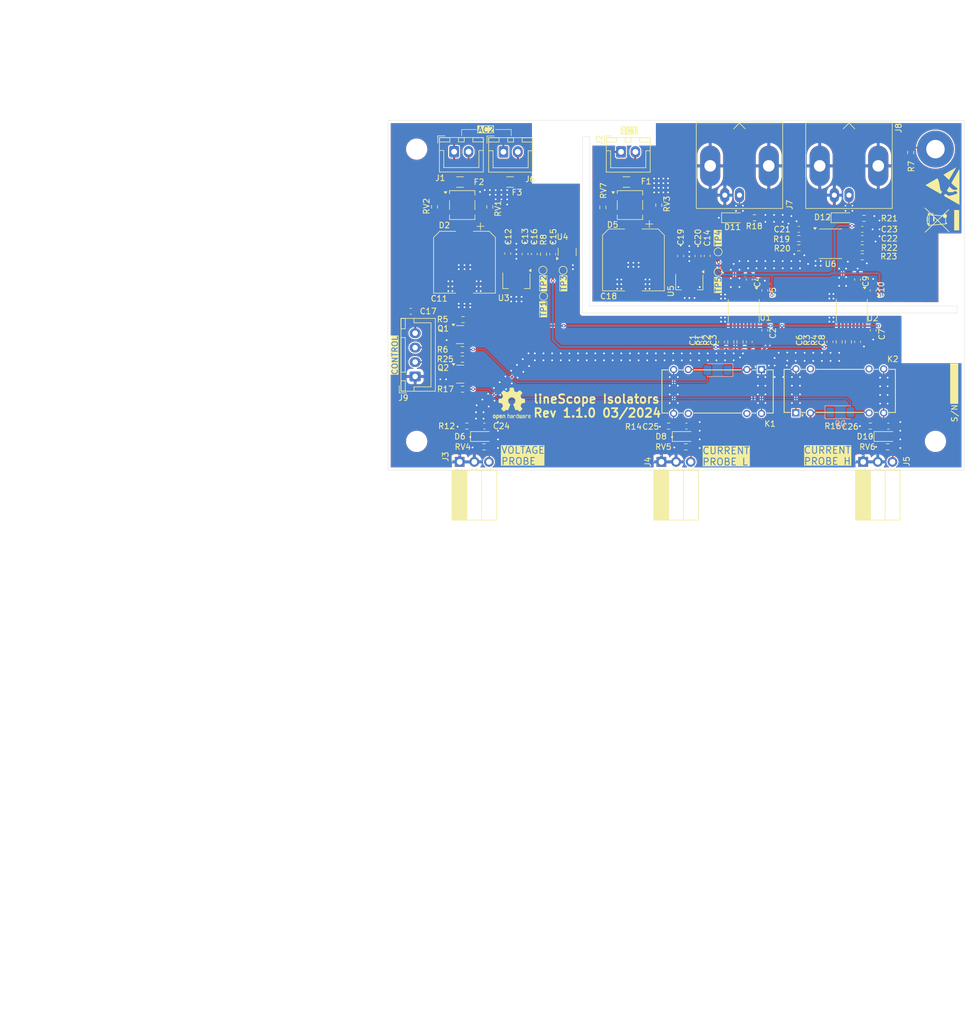
<source format=kicad_pcb>
(kicad_pcb (version 20240108) (generator "pcbnew") (generator_version "8.0")
  (title_block (title "lineScope Isolators") (date "2024-05-26") (rev "1.1.0") (company "Koszalix"))
  (layers (0 "F.Cu" signal) (31 "B.Cu" signal) (34 "B.Paste" user) (35 "F.Paste" user) (36 "B.SilkS" user "B.Silkscreen") (37 "F.SilkS" user "F.Silkscreen") (38 "B.Mask" user) (39 "F.Mask" user) (44 "Edge.Cuts" user))
  (net 0 "")
  (net 1 "VREF2")
  (net 2 "GND2")
  (net 3 "VCC2")
  (net 4 "Net-(U1-V_{REG2})")
  (net 5 "Net-(U1-V_{REG1})")
  (net 6 "GND1")
  (net 7 "VCC1")
  (net 8 "Net-(U1-IN+)")
  (net 9 "/Isolators/IN.V")
  (net 10 "/Isolators/IN.I")
  (net 11 "Net-(U2-V_{REG2})")
  (net 12 "Net-(U2-V_{REG1})")
  (net 13 "/Isolators/VV")
  (net 15 "Net-(U1-COMP)")
  (net 16 "/Isolators/VI")
  (net 17 "Net-(D11-A2)")
  (net 18 "Net-(C21-Pad1)")
  (net 19 "Net-(C25-Pad2)")
  (net 23 "Net-(C26-Pad2)")
  (net 25 "Net-(C22-Pad1)")
  (net 26 "Net-(D2-Pad1)")
  (net 27 "Net-(F2-Pad1)")
  (net 28 "Net-(C21-Pad2)")
  (net 29 "Net-(D6-A2)")
  (net 30 "Net-(D8-A2)")
  (net 31 "Net-(D10-A2)")
  (net 32 "Net-(H1-Pad1)")
  (net 33 "Net-(C22-Pad2)")
  (net 34 "Net-(U2-IN+)")
  (net 35 "Net-(U6A--)")
  (net 36 "Net-(U6B--)")
  (net 38 "Net-(U2-COMP)")
  (net 39 "Net-(D7-A)")
  (net 40 "Net-(D9-A)")
  (net 41 "Net-(Q1-C)")
  (net 42 "Net-(Q1-B)")
  (net 43 "Net-(Q2-B)")
  (net 44 "Net-(Q2-C)")
  (net 45 "Net-(D12-A2)")
  (net 52 "Net-(D2-+)")
  (net 53 "Net-(D5-+)")
  (net 54 "/Modules Connector/Probe_H")
  (net 55 "/Modules Connector/Probe_L")
  (net 56 "Net-(D5-Pad2)")
  (net 57 "Net-(F3-Pad1)")
  (net 58 "Net-(D2-Pad2)")
  (net 59 "Net-(D5-Pad1)")
  (net 60 "Net-(F1-Pad1)")
  (footprint "Resistor_SMD:R_0603_1608Metric" (layer "F.Cu") (at 166.705 53.1 180)
    (property "Reference" "R21")
    (property "Value" "51R")
  )
  (footprint "TestPoint:TestPoint_Pad_D1.0mm" (layer "F.Cu") (at 114.5 62.1 90)
    (property "Reference" "TP3")
    (property "Value" "TestPoint")
  )
  (footprint "MountingHole:MountingHole_3.2mm_M3" (layer "F.Cu") (at 89.1 41.1)
    (property "Reference" "H6" (hide yes))
    (property "Value" "MountingHole")
  )
  (footprint "Capacitor_SMD:C_0603_1608Metric" (layer "F.Cu") (at 134.9 59.625 90)
    (property "Reference" "C19")
    (property "Value" "100n")
  )
  (footprint "MountingHole:MountingHole_3.2mm_M3" (layer "F.Cu") (at 89.1 91.75)
    (property "Reference" "H5" (hide yes))
    (property "Value" "MountingHole")
  )
  (footprint "Package_SO:QSOP-16_3.9x4.9mm_P0.635mm" (layer "F.Cu") (at 164.585 69.0457 -90)
    (property "Reference" "U2")
    (property "Value" "ADuM3190")
  )
  (footprint "Capacitor_SMD:C_0603_1608Metric" (layer "F.Cu") (at 139.5 59.6 90)
    (property "Reference" "C14")
    (property "Value" "1u")
  )
  (footprint "TestPoint:TestPoint_Pad_D1.0mm" (layer "F.Cu") (at 111.1 66.6 90)
    (property "Reference" "TP1")
    (property "Value" "TestPoint")
  )
  (footprint "Resistor_SMD:R_0603_1608Metric" (layer "F.Cu") (at 111.1 59.3 -90)
    (property "Reference" "R8")
    (property "Value" "4k7")
  )
  (footprint "Diode_SMD:D_SOD-323_HandSoldering" (layer "F.Cu") (at 170.45 90.9)
    (property "Reference" "D10")
    (property "Value" "ESD3B15WS")
  )
  (footprint "Connector_PinSocket_2.54mm:PinSocket_1x03_P2.54mm_Horizontal" (layer "F.Cu") (at 131.56 95.3 90)
    (property "Reference" "J4")
    (property "Value" "Conn_01x03")
  )
  (footprint "Fuse:Fuse_1206_3216Metric_Pad1.42x1.75mm_HandSolder" (layer "F.Cu") (at 96.6 46.8 180)
    (property "Reference" "F2")
    (property "Value" "160mA")
  )
  (footprint "MountingHole:MountingHole_3.2mm_M3" (layer "F.Cu") (at 179.1 91.75)
    (property "Reference" "H7" (hide yes))
    (property "Value" "MountingHole")
  )
  (footprint "Package_TO_SOT_SMD:SOT-89-3" (layer "F.Cu") (at 136.4 64.125 -90)
    (property "Reference" "U5")
    (property "Value" "L78L09_SOT89")
  )
  (footprint "TestPoint:TestPoint_Pad_D1.0mm" (layer "F.Cu") (at 111 62.1)
    (property "Reference" "TP2")
    (property "Value" "TestPoint")
  )
  (footprint "Package_TO_SOT_SMD:SOT-89-3" (layer "F.Cu") (at 106.4 63.9 -90)
    (property "Reference" "U3")
    (property "Value" "L78L09_SOT89")
  )
  (footprint "Capacitor_SMD:C_0603_1608Metric" (layer "F.Cu") (at 168.3 65.6 90)
    (property "Reference" "C10")
    (property "Value" "1u")
  )
  (footprint "Resistor_SMD:R_0603_1608Metric" (layer "F.Cu") (at 97.0375 75.85 180)
    (property "Reference" "R6")
    (property "Value" "470R")
  )
  (footprint "MountingHole:MountingHole_3.2mm_M3_Pad" (layer "F.Cu") (at 179.1 41.1)
    (property "Reference" "H1" (hide yes))
    (property "Value" "M3")
  )
  (footprint "Resistor_SMD:R_0603_1608Metric_Pad0.98x0.95mm_HandSolder" (layer "F.Cu") (at 121.4 51.2 90)
    (property "Reference" "RV7")
    (property "Value" "MCVZ0603M180AGT")
  )
  (footprint "Symbol:OSHW-Logo2_7.3x6mm_SilkScreen" (layer "F.Cu") (at 105.6 85.2)
    (property "Reference" "REF**" (hide yes))
    (property "Value" "OSHW-Logo2_7.3x6mm_SilkScreen" (hide yes))
  )
  (footprint "Capacitor_SMD:C_0603_1608Metric" (layer "F.Cu") (at 168.3 72.5 -90)
    (property "Reference" "C7")
    (property "Value" "1u")
  )
  (footprint "Resistor_SMD:R_0603_1608Metric" (layer "F.Cu") (at 155.405 56.6)
    (property "Reference" "R19")
    (property "Value" "1k")
  )
  (footprint "Resistor_SMD:R_0603_1608Metric_Pad0.98x0.95mm_HandSolder" (layer "F.Cu") (at 170.8 92.7 180)
    (property "Reference" "RV6")
    (property "Value" "MCVZ0603M180AGT")
  )
  (footprint "Capacitor_SMD:C_0603_1608Metric" (layer "F.Cu") (at 166.405 55)
    (property "Reference" "C23")
    (property "Value" "100n")
  )
  (footprint "Diode_SMD:D_SOD-323_HandSoldering" (layer "F.Cu") (at 144.005 53)
    (property "Reference" "D11")
    (property "Value" "ESD3B15WS")
  )
  (footprint "Resistor_SMD:R_0603_1608Metric_Pad0.98x0.95mm_HandSolder" (layer "F.Cu") (at 101.8 51.1 90)
    (property "Reference" "RV1")
    (property "Value" "MCVZ0603M180AGT")
  )
  (footprint "Capacitor_SMD:C_0603_1608Metric" (layer "F.Cu") (at 100.85 89.1 180)
    (property "Reference" "C24")
    (property "Value" "1u")
  )
  (footprint "Package_TO_SOT_SMD:TO-269AA" (layer "F.Cu") (at 126.1 50.8)
    (property "Reference" "D5")
    (property "Value" "MB2S")
  )
  (footprint "Connector_Coaxial:BNC_Amphenol_B6252HB-NPP3G-50_Horizontal" (layer "F.Cu") (at 164.1 49.08)
    (property "Reference" "J8")
    (property "Value" "Conn_Coaxial")
  )
  (footprint "Resistor_SMD:R_0603_1608Metric_Pad0.98x0.95mm_HandSolder" (layer "F.Cu") (at 135.8 92.7 180)
    (property "Reference" "RV5")
    (property "Value" "MCVZ0603M180AGT")
  )
  (footprint "Koszalix_Relays:HE721A050" (layer "F.Cu") (at 141.3 83.1 -90)
    (property "Reference" "K1")
    (property "Value" "HE721A0500")
  )
  (footprint "Capacitor_SMD:C_0603_1608Metric" (layer "F.Cu") (at 104.9 59.2 90)
    (property "Reference" "C12")
    (property "Value" "100n")
  )
  (footprint "Fuse:Fuse_1206_3216Metric_Pad1.42x1.75mm_HandSolder" (layer "F.Cu") (at 105.3 46.8 180)
    (property "Reference" "F3")
    (property "Value" "160mA")
  )
  (footprint "Capacitor_SMD:C_0603_1608Metric" (layer "F.Cu") (at 149.5 65.6 90)
    (property "Reference" "C5")
    (property "Value" "1u")
  )
  (footprint "Package_TO_SOT_SMD:SOT-23" (layer "F.Cu") (at 96.65625 80.1)
    (property "Reference" "Q2")
    (property "Value" "BC847")
  )
  (footprint "Diode_SMD:D_SOD-323_HandSoldering" (layer "F.Cu") (at 163 53)
    (property "Reference" "D12")
    (property "Value" "ESD3B15WS")
  )
  (footprint "Resistor_SMD:R_0603_1608Metric" (layer "F.Cu") (at 97.8 89.1 180)
    (property "Reference" "R12")
    (property "Value" "10k")
  )
  (footprint "Resistor_SMD:R_0603_1608Metric_Pad0.98x0.95mm_HandSolder" (layer "F.Cu") (at 92.2 51.1 90)
    (property "Reference" "RV2")
    (property "Value" "MCVZ0603M180AGT")
  )
  (footprint "Capacitor_SMD:CP_Elec_10x10.5" (layer "F.Cu") (at 126.7 60.3 -90)
    (property "Reference" "C18")
    (property "Value" "470u")
  )
  (footprint "Connector_JST:JST_XH_B2B-XH-A_1x02_P2.50mm_Vertical" (layer "F.Cu") (at 95.6 41.55)
    (property "Reference" "J1")
    (property "Value" "B4B-XH-A(LF)(SN)")
  )
  (footprint "Resistor_SMD:R_0603_1608Metric" (layer "F.Cu") (at 162.4 74.5 90)
    (property "Reference" "R3")
    (property "Value" "10k")
  )
  (footprint "Capacitor_SMD:CP_Elec_10x10.5" (layer "F.Cu") (at 97.4 60.7 -90)
    (property "Reference" "C11")
    (property "Value" "470u")
  )
  (footprint "Resistor_SMD:R_0603_1608Metric" (layer "F.Cu") (at 166.405 58.2 180)
    (property "Reference" "R22")
    (property "Value" "1k")
  )
  (footprint "Capacitor_SMD:C_0603_1608Metric" (layer "F.Cu") (at 135.9 89.1)
    (property "Reference" "C25")
    (property "Value" "1u")
  )
  (footprint "Connector_Coaxial:BNC_Amphenol_B6252HB-NPP3G-50_Horizontal" (layer "F.Cu") (at 145.1 49.08)
    (property "Reference" "J7")
    (property "Value" "Conn_Coaxial")
  )
  (footprint "Capacitor_SMD:C_0603_1608Metric" (layer "F.Cu") (at 170.925 89.1)
    (property "Reference" "C26")
    (property "Value" "1u")
  )
  (footprint "Capacitor_SMD:C_0603_1608Metric" (layer "F.Cu") (at 109.5 59.275 90)
    (property "Reference" "C16")
    (property "Value" "1u")
  )
  (footprint "Resistor_SMD:R_0603_1608Metric" (layer "F.Cu") (at 155.405 58.2)
    (property "Reference" "R20")
    (property "Value" "1k")
  )
  (footprint "TestPoint:TestPoint_Pad_D1.0mm" (layer "F.Cu") (at 141.4 62.4)
    (property "Reference" "TP5")
    (property "Value" "TestPoint")
  )
  (footprint "Capacitor_SMD:C_0603_1608Metric" (layer "F.Cu") (at 146.8 74.5 -90)
    (property "Reference" "C3")
    (property "Value" "1u")
  )
  (footprint "Resistor_SMD:R_0603_1608Metric" (layer "F.Cu") (at 166.405 59.75 180)
    (property "Reference" "R23")
    (property "Value" "1k")
  )
  (footprint "Connector_JST:JST_XH_B2B-XH-A_1x02_P2.50mm_Vertical" (layer "F.Cu") (at 124.55 41.575)
    (property "Reference" "J2")
    (property "Value" "B4B-XH-A(LF)(SN)")
  )
  (footprint "Resistor_SMD:R_0603_1608Metric" (layer "F.Cu") (at 97.05625 82.7 180)
    (property "Reference" "R17")
    (property "Value" "470R")
  )
  (footprint "Capacitor_SMD:C_0603_1608Metric" (layer "F.Cu") (at 146.8 63.7 90)
    (property "Reference" "C4")
    (property "Value" "1u")
  )
  (footprint "Symbol:WEEE-Logo_4.2x6mm_SilkScreen" (layer "F.Cu") (at 180.2 53.4 90)
    (property "Reference" "REF**" (hide yes))
    (property "Value" "WEEE-Logo_4.2x6mm_SilkScreen" (hide yes))
  )
  (footprint "Fuse:Fuse_1206_3216Metric_Pad1.42x1.75mm_HandSolder" (layer "F.Cu") (at 125.5 46.8 180)
    (property "Reference" "F1")
    (property "Value" "160mA")
  )
  (footprint "Resistor_SMD:R_0603_1608Metric" (layer "F.Cu") (at 132.8 89.1 180)
    (property "Reference" "R14")
    (property "Value" "10k")
  )
  (footprint "Capacitor_SMD:C_0603_1608Metric" (layer "F.Cu") (at 112.7 59.3 90)
    (property "Reference" "C15")
    (property "Value" "100n")
  )
  (footprint "Package_SO:QSOP-16_3.9x4.9mm_P0.635mm" (layer "F.Cu") (at 145.8325 69.1 -90)
    (property "Reference" "U1")
    (property "Value" "ADuM3190")
  )
  (footprint "Capacitor_SMD:C_0603_1608Metric" (layer "F.Cu") (at 137.9 59.625 90)
    (property "Reference" "C20")
    (property "Value" "100n")
  )
  (footprint "Capacitor_SMD:C_0603_1608Metric" (layer "F.Cu") (at 165.6 74.5 -90)
    (property "Reference" "C8")
    (property "Value" "1u")
  )
  (footprint "Diode_SMD:D_SOD-323_HandSoldering" (layer "F.Cu") (at 100.45 90.9)
    (property "Reference" "D6")
    (property "Value" "ESD3B15WS")
  )
  (footprint "Resistor_SMD:R_0603_1608Metric_Pad0.98x0.95mm_HandSolder" (layer "F.Cu") (at 100.8 92.7 180)
    (property "Reference" "RV4")
    (property "Value" "MCVZ0603M180AGT")
  )
  (footprint "Capacitor_SMD:C_0603_1608Metric" (layer "F.Cu") (at 149.5 72.5 -90)
    (property "Reference" "C2")
    (property "Value" "1u")
  )
  (footprint "Resistor_SMD:R_0603_1608Metric" (layer "F.Cu") (at 97.1375 70.65 180)
    (property "Reference" "R5")
    (property "Value" "10k")
  )
  (footprint "Package_TO_SOT_SMD:TO-269AA" (layer "F.Cu") (at 97 50.8)
    (property "Reference" "D2")
    (property "Value" "MB2S")
  )
  (footprint "Resistor_SMD:R_0603_1608Metric_Pad0.98x0.95mm_HandSolder" (layer "F.Cu") (at 131.1 50.8 90)
    (property "Reference" "RV3")
    (property "Value" "MCVZ0603M180AGT")
  )
  (footprint "Capacitor_SMD:C_0603_1608Metric" (layer "F.Cu") (at 166.405 56.6)
    (property "Reference" "C22")
    (property "Value" "1u")
  )
  (footprint "Capacitor_SMD:C_0603_1608Metric" (layer "F.Cu") (at 107.9 59.275 90)
    (property "Reference" "C13")
    (property "Value" "100n")
  )
  (footprint "Package_SO:SO-8_3.9x4.9mm_P1.27mm" (layer "F.Cu") (at 160.905 57.5)
    (property "Reference" "U6")
    (property "Value" "LM358")
  )
  (footprint "Connector_JST:JST_XH_B2B-XH-A_1x02_P2.50mm_Vertical" (layer "F.Cu") (at 104.15 41.575)
    (property "Reference" "J6")
    (property "Value" "B4B-XH-A(LF)(SN)")
  )
  (footprint "Symbol:ESD-Logo_6.6x6mm_SilkScreen" (layer "F.Cu") (at 180.3 47.5 90)
    (property "Reference" "REF**" (hide yes))
    (property "Value" "ESD-Logo_6.6x6mm_SilkScreen" (hide yes))
  )
  (footprint "Connector_PinSocket_2.54mm:PinSocket_1x03_P2.54mm_Horizontal" (layer "F.Cu") (at 96.56 95.3 90)
    (property "Reference" "J3")
    (property "Value" "Conn_01x03")
  )
  (footprint "Resistor_SMD:R_0603_1608Metric" (layer "F.Cu") (at 145.2 74.5 90)
    (property "Reference" "R2")
    (property "Value" "10k")
  )
  (footprint "Resistor_SMD:R_0603_1608Metric" (layer "F.Cu") (at 143.6 74.5 90)
    (property "Reference" "R1")
    (property "Value" "10k")
  )
  (footprint "Resistor_SMD:R_0603_1608Metric" (layer "F.Cu") (at 174.8 41.675 -90)
    (property "Reference" "R7")
    (property "Value" "0R")
  )
  (footprint "Resistor_SMD:R_0603_1608Metric" (layer "F.Cu") (at 147.7 53 180)
    (property "Reference" "R18")
    (property "Value" "51R")
  )
  (footprint "Package_TO_SOT_SMD:SOT-23" (layer "F.Cu") (at 96.6375 73.25)
    (property "Reference" "Q1")
    (property "Value" "BC847")
  )
  (footprint "Resistor_SMD:R_0603_1608Metric" (layer "F.Cu") (at 167.8 89.1 180)
    (property "Reference" "R16")
    (property "Value" "10k")
  )
  (footprint "Capacitor_SMD:C_0603_1608Metric" (layer "F.Cu") (at 165.6 63.7 90)
    (property "Reference" "C9")
    (property "Value" "1u")
  )
  (footprint "TestPoint:TestPoint_Pad_D1.0mm" (layer "F.Cu") (at 141.4 58.9 180)
    (property "Reference" "TP4")
    (property "Value" "TestPoint")
  )
  (footprint "Koszalix_Relays:HE721A050" (layer "F.Cu") (at 162.5 83 90)
    (property "Reference" "K2")
    (property "Value" "HE721A0500")
  )
  (footprint "Capacitor_SMD:C_0603_1608Metric" (layer "F.Cu") (at 155.405 55 180)
    (property "Reference" "C21")
    (property "Value" "1u")
  )
  (footprint "Diode_SMD:D_SOD-323_HandSoldering" (layer "F.Cu") (at 135.45 90.9)
    (property "Reference" "D8")
    (property "Value" "ESD3B15WS")
  )
  (footprint "Capacitor_SMD:C_0603_1608Metric" (layer "F.Cu") (at 142 74.5 90)
    (property "Reference" "C1")
    (property "Value" "100n")
  )
  (footprint "Connector_PinSocket_2.54mm:PinSocket_1x03_P2.54mm_Horizontal" (layer "F.Cu") (at 166.56 95.3 90)
    (property "Reference" "J5")
    (property "Value" "Conn_01x03")
  )
  (footprint "Connector_JST:JST_XH_B4B-XH-A_1x04_P2.50mm_Vertical" (layer "F.Cu") (at 88.83125 80.5 90)
    (property "Reference" "J9")
    (property "Value" "Conn_01x04")
  )
  (footprint "Resistor_SMD:R_0603_1608Metric" (layer "F.Cu") (at 97.05625 77.5 180)
    (property "Reference" "R25")
    (property "Value" "10k")
  )
  (footprint "Resistor_SMD:R_0603_1608Metric" (layer "F.Cu") (at 164 74.5 90)
    (property "Reference" "R4")
    (property "Value" "10k")
  )
  (footprint "Capacitor_SMD:C_0603_1608Metric" (layer "F.Cu") (at 88.075 69.2 180)
    (property "Reference" "C17")
    (property "Value" "100n")
  )
  (footprint "Capacitor_SMD:C_0603_1608Metric" (layer "F.Cu") (at 160.8 74.5 90)
    (property "Reference" "C6")
    (property "Value" "100n")
  )
  (footprint "Package_TO_SOT_SMD:SOT-23" (layer "F.Cu") (at 115.2 58.9 90)
    (property "Reference" "U4")
    (property "Value" "LM4040DBZ-2.0")
  )
  (footprint "Diode_SMD:D_MiniMELF" (layer "B.Cu") (at 141.3 79.4 180)
    (property "Reference" "D7" (hide yes))
    (property "Value" "LL103A")
  )
  (footprint "Diode_SMD:D_MiniMELF" (layer "B.Cu") (at 162.6 86.7)
    (property "Reference" "D9")
    (property "Value" "LL103A")
  )
  (gr_line (start 148 78.8) (end 147.8 78.6) (stroke (width 0.1)) (layer "F.SilkS"))
  (gr_line (start 147.8 78.6) (end 147.8 79) (stroke (width 0.1)) (layer "F.SilkS"))
  (gr_line (start 148 78.8) (end 147.8 79) (stroke (width 0.1)) (layer "F.SilkS"))
  (gr_line (start 105.5 37.7) (end 105.5 38.8) (stroke (width 0.1)) (layer "F.SilkS"))
  (gr_line (start 155.9 87.2) (end 156.1 87.4) (stroke (width 0.1)) (layer "F.SilkS"))
  (gr_line (start 102.8 37.7) (end 105.5 37.7) (stroke (width 0.1)) (layer "F.SilkS"))
  (gr_line (start 155.9 87.2) (end 156.1 87) (stroke (width 0.1)) (layer "F.SilkS"))
  (gr_line (start 156.1 87.4) (end 156.1 87) (stroke (width 0.1)) (layer "F.SilkS"))
  (gr_line (start 96.9 37.7) (end 96.9 38.8) (stroke (width 0.1)) (layer "F.SilkS"))
  (gr_line (start 99.4 37.7) (end 96.9 37.7) (stroke (width 0.1)) (layer "F.SilkS"))
  (gr_rect (start 181.7 78.3) (end 183 85.2) (stroke (width 0.1)) (fill solid) (layer "F.SilkS"))
  (gr_line (start 119.1 38.9) (end 119.1 68.3) (stroke (width 0.05)) (layer "Edge.Cuts"))
  (gr_line (start 182.9 69.5) (end 182.9 68.3) (stroke (width 0.05)) (layer "Edge.Cuts"))
  (gr_line (start 178.3 68.3) (end 123.9 68.3) (stroke (width 0.05)) (layer "Edge.Cuts"))
  (gr_rect (start 84.1 36.1) (end 184.1 96.75) (stroke (width 0.05)) (fill none) (layer "Edge.Cuts"))
  (gr_line (start 117.9 38.9) (end 119.1 38.9) (stroke (width 0.05)) (layer "Edge.Cuts"))
  (gr_line (start 123.9 68.3) (end 119.1 68.3) (stroke (width 0.05)) (layer "Edge.Cuts"))
  (gr_line (start 117.9 68.2) (end 117.9 69.5) (stroke (width 0.05)) (layer "Edge.Cuts"))
  (gr_line (start 182.9 68.3) (end 178.3 68.3) (stroke (width 0.05)) (layer "Edge.Cuts"))
  (gr_line (start 117.9 69.5) (end 182.9 69.5) (stroke (width 0.05)) (layer "Edge.Cuts"))
  (gr_line (start 117.9 68.2) (end 117.9 38.9) (stroke (width 0.05)) (layer "Edge.Cuts"))
  (gr_text "AC2" (at 99.6 38.3 0) (layer "F.SilkS" knockout) (effects (font (size 1 1)) (justify left bottom)))
  (gr_text "CURRENT\nPROBE L" (at 138.6 96 0) (layer "F.SilkS" knockout) (effects (font (size 1.2 1.2)) (justify left bottom)))
  (gr_text "CONTROL" (at 85.9 80.3 90) (layer "F.SilkS" knockout) (effects (font (size 1 1)) (justify left bottom)))
  (gr_text "AC1" (at 124.5 38.5 0) (layer "F.SilkS" knockout) (effects (font (size 1 1)) (justify left bottom)))
  (gr_text "CURRENT\nPROBE H" (at 156.2 95.9 0) (layer "F.SilkS" knockout) (effects (font (size 1.2 1.2)) (justify left bottom)))
  (gr_text "lineScope Isolators\nRev 1.1.0 03/2024" (at 109.2 87.7 0) (layer "F.SilkS") (effects (font (size 1.5 1.5) (thickness 0.3) (bold yes)) (justify left bottom)))
  (gr_text "S/N\n" (at 183 88.5 90) (layer "F.SilkS") (effects (font (size 1 1)) (justify left bottom)))
  (gr_text "VOLTAGE\nPROBE" (at 103.7 95.9 0) (layer "F.SilkS" knockout) (effects (font (size 1.2 1.2)) (justify left bottom)))
  (segment (start 141.875 75.4) (end 142 75.275) (width 0.2) (layer "F.Cu") (net 1))
  (segment (start 112.7 62.4) (end 112.7 63.9) (width 0.35) (layer "F.Cu") (net 1))
  (segment (start 141.655 75.325) (end 143.205 75.325) (width 0.2) (layer "F.Cu") (net 1))
  (segment (start 141 75.4) (end 141.875 75.4) (width 0.2) (layer "F.Cu") (net 1))
  (segment (start 112.9 62.1) (end 112.7 61.9) (width 0.35) (layer "F.Cu") (net 1))
  (segment (start 112.7 60.075) (end 112.7 61.9) (width 0.35) (layer "F.Cu") (net 1))
  (segment (start 113.9625 60.125) (end 114.25 59.8375) (width 0.35) (layer "F.Cu") (net 1))
  (segment (start 141 75.4) (end 141.125 75.275) (width 0.2) (layer "F.Cu") (net 1))
  (segment (start 113 62.1) (end 112.7 62.4) (width 0.35) (layer "F.Cu") (net 1))
  (segment (start 112.7 61.9) (end 112.7 63.9) (width 0.35) (layer "F.Cu") (net 1))
  (segment (start 114.5 62.1) (end 113 62.1) (width 0.35) (layer "F.Cu") (net 1))
  (segment (start 113 62.1) (end 112.9 62.1) (width 0.35) (layer "F.Cu") (net 1))
  (segment (start 159.875 75.325) (end 162.4 75.325) (width 0.2) (layer "F.Cu") (net 1))
  (segment (start 159.8 75.4) (end 159.875 75.325) (width 0.2) (layer "F.Cu") (net 1))
  (segment (start 141.605 75.275) (end 141.655 75.325) (width 0.2) (layer "F.Cu") (net 1))
  (segment (start 111.1 60.125) (end 113.9625 60.125) (width 0.35) (layer "F.Cu") (net 1))
  (via (at 159.8 75.4) (size 0.6) (drill 0.3) (layers "F.Cu" "B.Cu") (net 1))
  (via (at 112.7 63.9) (size 0.6) (drill 0.3) (layers "F.Cu" "B.Cu") (net 1))
  (via (at 141 75.4) (size 0.6) (drill 0.3) (layers "F.Cu" "B.Cu") (net 1))
  (segment (start 112.7 63.9) (end 112.7 74.1) (width 0.35) (layer "B.Cu") (net 1))
  (segment (start 112.7 74.1) (end 114 75.4) (width 0.35) (layer "B.Cu") (net 1))
  (segment (start 114 75.4) (end 159.8 75.4) (width 0.35) (layer "B.Cu") (net 1))
  (segment (start 106.4 62.0375) (end 106.4 60.1) (width 0.35) (layer "F.Cu") (net 2))
  (segment (start 104.6 64.6) (end 104.5 64.7) (width 0.35) (layer "F.Cu") (net 2))
  (segment (start 134.2 91) (end 133.4 91) (width 0.2) (layer "F.Cu") (net 2))
  (segment (start 96.975 89.2) (end 96.2 89.2) (width 0.2) (layer "F.Cu") (net 2))
  (segment (start 99.8875 92.8) (end 98.8 92.8) (width 0.2) (layer "F.Cu") (net 2))
  (segment (start 107.7 64.6) (end 108.2 64.6) (width 0.35) (layer "F.Cu") (net 2))
  (segment (start 108.2 64.6) (end 104.6 64.6) (width 0.35) (layer "F.Cu") (net 2))
  (segment (start 131.975 89.2) (end 131.3 89.2) (width 0.2) (layer "F.Cu") (net 2))
  (segment (start 108.2 64.6) (end 108.4 64.6) (width 0.35) (layer "F.Cu") (net 2))
  (segment (start 106.4 62.0375) (end 106.4 63.3) (width 0.35) (layer "F.Cu") (net 2))
  (segment (start 134.8875 92.8) (end 133.8 92.8) (width 0.2) (layer "F.Cu") (net 2))
  (segment (start 162.3625 71.7) (end 161.755 71.7) (width 0.2) (layer "F.Cu") (net 2))
  (segment (start 99.2 91) (end 98.4 91) (width 0.2) (layer "F.Cu") (net 2))
  (segment (start 106.4 62.0375) (end 106.4 66.7) (width 0.35) (layer "F.Cu") (net 2))
  (via (at 107.3 66.7) (size 0.6) (drill 0.3) (layers "F.Cu" "B.Cu") (net 2))
  (via (at 118.6 77.7) (size 0.6) (drill 0.3) (layers "F.Cu" "B.Cu") (net 2))
  (via (at 97.4 61.2) (size 0.6) (drill 0.3) (layers "F.Cu" "B.Cu") (net 2))
  (via (at 138.1 76.5) (size 0.6) (drill 0.3) (layers "F.Cu" "B.Cu") (net 2))
  (via (at 106.4 60.1) (size 0.6) (drill 0.3) (layers "F.Cu" "B.Cu") (net 2))
  (via (at 102.8 48.2) (size 0.6) (drill 0.3) (layers "F.Cu" "B.Cu") (net 2))
  (via (at 154.2 82.1) (size 0.6) (drill 0.3) (layers "F.Cu" "B.Cu") (net 2))
  (via (at 131.3 89.2) (size 0.6) (drill 0.3) (layers "F.Cu" "B.Cu") (net 2))
  (via (at 170.8 83.7) (size 0.6) (drill 0.3) (layers "F.Cu" "B.Cu") (net 2))
  (via (at 135.1 77.7) (size 0.6) (drill 0.3) (layers "F.Cu" "B.Cu") (net 2))
  (via (at 134.4 83.6) (size 0.6) (drill 0.3) (layers "F.Cu" "B.Cu") (net 2))
  (via (at 159.4 76.4) (size 0.6) (drill 0.3) (layers "F.Cu" "B.Cu") (net 2))
  (via (at 99.5 85.5) (size 0.6) (drill 0.3) (layers "F.Cu" "B.Cu") (net 2))
  (via (at 105.5 67.5) (size 0.6) (drill 0.3) (layers "F.Cu" "B.Cu") (net 2))
  (via (at 101.6 85.7) (size 0.6) (drill 0.3) (layers "F.Cu" "B.Cu") (net 2))
  (via (at 170.8 82.2) (size 0.6) (drill 0.3) (layers "F.Cu" "B.Cu") (net 2))
  (via (at 155.6 85.1) (size 0.6) (drill 0.3) (layers "F.Cu" "B.Cu") (net 2))
  (via (at 102.6 84.7) (size 0.6) (drill 0.3) (layers "F.Cu" "B.Cu") (net 2))
  (via (at 156.4 76.4) (size 0.6) (drill 0.3) (layers "F.Cu" "B.Cu") (net 2))
  (via (at 112.6 77.7) (size 0.6) (drill 0.3) (layers "F.Cu" "B.Cu") (net 2))
  (via (at 136.6 76.5) (size 0.6) (drill 0.3) (layers "F.Cu" "B.Cu") (net 2))
  (via (at 151.2 77.3) (size 0.6) (drill 0.3) (layers "F.Cu" "B.Cu") (net 2))
  (via (at 148.3 85.1) (size 0.6) (drill 0.3) (layers "F.Cu" "B.Cu") (net 2))
  (via (at 103.8 49.8) (size 0.6) (drill 0.3) (layers "F.Cu" "B.Cu") (net 2))
  (via (at 107.5 77.5) (size 0.6) (drill 0.3) (layers "F.Cu" "B.Cu") (net 2))
  (via (at 107.3 67.5) (size 0.6) (drill 0.3) (layers "F.Cu" "B.Cu") (net 2))
  (via (at 120.1 77.7) (size 0.6) (drill 0.3) (layers "F.Cu" "B.Cu") (net 2))
  (via (at 142.6 71) (size 0.6) (drill 0.3) (layers "F.Cu" "B.Cu") (net 2))
  (via (at 96.2 89.2) (size 0.6) (drill 0.3) (layers "F.Cu" "B.Cu") (net 2))
  (via (at 151.2 80.6) (size 0.6) (drill 0.3) (layers "F.Cu" "B.Cu") (net 2))
  (via (at 120.1 76.5) (size 0.6) (drill 0.3) (layers "F.Cu" "B.Cu") (net 2))
  (via (at 138.2 92.9) (size 0.6) (drill 0.3) (layers "F.Cu" "B.Cu") (net 2))
  (via (at 103.5 81.5) (size 0.6) (drill 0.3) (layers "F.Cu" "B.Cu") (net 2))
  (via (at 100.7 87.8) (size 0.6) (drill 0.3) (layers "F.Cu" "B.Cu") (net 2))
  (via (at 101.8 48.2) (size 0.6) (drill 0.3) (layers "F.Cu" "B.Cu") (net 2))
  (via (at 97.4 61.9) (size 0.6) (drill 0.3) (layers "F.Cu" "B.Cu") (net 2))
  (via (at 112.6 76.5) (size 0.6) (drill 0.3) (layers "F.Cu" "B.Cu") (net 2))
  (via (at 117.1 76.5) (size 0.6) (drill 0.3) (layers "F.Cu" "B.Cu") (net 2))
  (via (at 148.3 80.6) (size 0.6) (drill 0.3) (layers "F.Cu" "B.Cu") (net 2))
  (via (at 155.6 82.1) (size 0.6) (drill 0.3) (layers "F.Cu" "B.Cu") (net 2))
  (via (at 153.3 78.6) (size 0.6) (drill 0.3) (layers "F.Cu" "B.Cu") (net 2))
  (via (at 116.2 61.9) (size 0.6) (drill 0.3) (layers "F.Cu" "B.Cu") (net 2))
  (via (at 132.1 77.7) (size 0.6) (drill 0.3) (layers "F.Cu" "B.Cu") (net 2))
  (via (at 106.4 67.5) (size 0.6) (drill 0.3) (layers "F.Cu" "B.Cu") (net 2))
  (via (at 106.5 78.5) (size 0.6) (drill 0.3) (layers "F.Cu" "B.Cu") (net 2))
  (via (at 132.1 76.5) (size 0.6) (drill 0.3) (layers "F.Cu" "B.Cu") (net 2))
  (via (at 157.9 77.8) (size 0.6) (drill 0.3) (layers "F.Cu" "B.Cu") (net 2))
  (via (at 129.1 77.7) (size 0.6) (drill 0.3) (layers "F.Cu" "B.Cu") (net 2))
  (via (at 106.6 80.7) (size 0.6) (drill 0.3) (layers "F.Cu" "B.Cu") (net 2))
  (via (at 136.6 77.7) (size 0.6) (drill 0.3) (layers "F.Cu" "B.Cu") (net 2))
  (via (at 130.6 77.7) (size 0.6) (drill 0.3) (layers "F.Cu" "B.Cu") (net 2))
  (via (at 149.6 83.6) (size 0.6) (drill 0.3) (layers "F.Cu" "B.Cu") (net 2))
  (via (at 127.6 76.5) (size 0.6) (drill 0.3) (layers "F.Cu" "B.Cu") (net 2))
  (via (at 111.1 77.7) (size 0.6) (drill 0.3) (layers "F.Cu" "B.Cu") (net 2))
  (via (at 108.5 76.5) (size 0.6) (drill 0.3) (layers "F.Cu" "B.Cu") (net 2))
  (via (at 135.1 76.5) (size 0.6) (drill 0.3) (layers "F.Cu" "B.Cu") (net 2))
  (via (at 106.4 57.5) (size 0.6) (drill 0.3) (layers "F.Cu" "B.Cu") (net 2))
  (via (at 160.7 70.3) (size 0.6) (drill 0.3) (layers "F.Cu" "B.Cu") (net 2))
  (via (at 141.1 76.5) (size 0.6) (drill 0.3) (layers "F.Cu" "B.Cu") (net 2))
  (via (at 117.1 77.7) (size 0.6) (drill 0.3) (layers "F.Cu" "B.Cu") (net 2))
  (via (at 103.2 92.9) (size 0.6) (drill 0.3) (layers "F.Cu" "B.Cu") (net 2))
  (via (at 101.5 83.5) (size 0.6) (drill 0.3) (layers "F.Cu" "B.Cu") (net 2))
  (via (at 115.6 77.7) (size 0.6) (drill 0.3) (layers "F.Cu" "B.Cu") (net 2))
  (via (at 133 83.6) (size 0.6) (drill 0.3) (layers "F.Cu" "B.Cu") (net 2))
  (via (at 98.4 61.2) (size 0.6) (drill 0.3) (layers "F.Cu" "B.Cu") (net 2))
  (via (at 173 92.9) (size 0.6) (drill 0.3) (layers "F.Cu" "B.Cu") (net 2))
  (via (at 153.4 76.35) (size 0.6) (drill 0.3) (layers "F.Cu" "B.Cu") (net 2))
  (via (at 138.1 77.7) (size 0.6) (drill 0.3) (layers "F.Cu" "B.Cu") (net 2))
  (via (at 173 88.4) (size 0.6) (drill 0.3) (layers "F.Cu" "B.Cu") (net 2))
  (via (at 100.1 48.5) (size 0.6) (drill 0.3) (layers "F.Cu" "B.Cu") (net 2))
  (via (at 121.6 77.7) (size 0.6) (drill 0.3) (layers "F.Cu" "B.Cu") (net 2))
  (via (at 94.6 64) (size 0.6) (drill 0.3) (layers "F.Cu" "B.Cu") (net 2))
  (via (at 133 82.1) (size 0.6) (drill 0.3) (layers "F.Cu" "B.Cu") (net 2))
  (via (at 173 89.9) (size 0.6) (drill 0.3) (layers "F.Cu" "B.Cu") (net 2))
  (via (at 162.4 77.8) (size 0.6) (drill 0.3) (layers "F.Cu" "B.Cu") (net 2))
  (via (at 98.4 68.5) (size 0.6) (drill 0.3) (layers "F.Cu" "B.Cu") (net 2))
  (via (at 114.1 76.5) (size 0.6) (drill 0.3) (layers "F.Cu" "B.Cu") (net 2))
  (via (at 123.1 77.7) (size 0.6) (drill 0.3) (layers "F.Cu" "B.Cu") (net 2))
  (via (at 98.8 92.8) (size 0.6) (drill 0.3) (layers "F.Cu" "B.Cu") (net 2))
  (via (at 105.6 81.7) (size 0.6) (drill 0.3) (layers "F.Cu" "B.Cu") (net 2))
  (via (at 145.7 76.5) (size 0.6) (drill 0.3) (layers "F.Cu" "B.Cu") (net 2))
  (via (at 112.7 57.3) (size 0.6) (drill 0.3) (layers "F.Cu" "B.Cu") (net 2))
  (via (at 95.3 65.7) (size 0.6) (drill 0.3) (layers "F.Cu" "B.Cu") (net 2))
  (via (at 121.6 76.5) (size 0.6) (drill 0.3) (layers "F.Cu" "B.Cu") (net 2))
  (via (at 142.6 77.7) (size 0.6) (drill 0.3) (layers "F.Cu" "B.Cu") (net 2))
  (via (at 139.6 76.5) (size 0.6) (drill 0.3) (layers "F.Cu" "B.Cu") (net 2))
  (via (at 95.3 64.9) (size 0.6) (drill 0.3) (layers "F.Cu" "B.Cu") (net 2))
  (via (at 95.3 64) (size 0.6) (drill 0.3) (layers "F.Cu" "B.Cu") (net 2))
  (via (at 100.2 64.9) (size 0.6) (drill 0.3) (layers "F.Cu" "B.Cu") (net 2))
  (via (at 104.9 57.3) (size 0.6) (drill 0.3) (layers "F.Cu" "B.Cu") (net 2))
  (via (at 106.4 66.7) (size 0.6) (drill 0.3) (layers "F.Cu" "B.Cu") (net 2))
  (via (at 123.1 76.5) (size 0.6) (drill 0.3) (layers "F.Cu" "B.Cu") (net 2))
  (via (at 154.855 77.8) (size 0.6) (drill 0.3) (layers "F.Cu" "B.Cu") (net 2))
  (via (at 99.5 65.7) (size 0.6) (drill 0.3) (layers "F.Cu" "B.Cu") (net 2))
  (via (at 168.8 92.7) (size 0.6) (drill 0.3) (layers "F.Cu" "B.Cu") (net 2))
  (via (at 133.6 76.5) (size 0.6) (drill 0.3) (layers "F.Cu" "B.Cu") (net 2))
  (via (at 169.5 80.7) (size 0.6) (drill 0.3) (layers "F.Cu" "B.Cu") (net 2))
  (via (at 103.8 48.2) (size 0.6) (drill 0.3) (layers "F.Cu" "B.Cu") (net 2))
  (via (at 168.3 74.1) (size 0.6) (drill 0.3) (layers "F.Cu" "B.Cu") (net 2))
  (via (at 100.5 84.5) (size 0.6) (drill 0.3) (layers "F.Cu" "B.Cu") (net 2))
  (via (at 154.855 76.4) (size 0.6) (drill 0.3) (layers "F.Cu" "B.Cu") (net 2))
  (via (at 94.6 64.9) (size 0.6) (drill 0.3) (layers "F.Cu" "B.Cu") (net 2))
  (via (at 109.5 57.3) (size 0.6) (drill 0.3) (layers "F.Cu" "B.Cu") (net 2))
  (via (at 104.8 48.2) (size 0.6) (drill 0.3) (layers "F.Cu" "B.Cu") (net 2))
  (via (at 126.1 76.5) (size 0.6) (drill 0.3) (layers "F.Cu" "B.Cu") (net 2))
  (via (at 152.7 80.6) (size 0.6) (drill 0.3) (layers "F.Cu" "B.Cu") (net 2))
  (via (at 114.1 77.7) (size 0.6) (drill 0.3) (layers "F.Cu" "B.Cu") (net 2))
  (via (at 161.4 71.025) (size 0.6) (drill 0.3) (layers "F.Cu" "B.Cu") (net 2))
  (via (at 134.4 85.1) (size 0.6) (drill 0.3) (layers "F.Cu" "B.Cu") (net 2))
  (via (at 102.8 49.8) (size 0.6) (drill 0.3) (layers "F.Cu" "B.Cu") (net 2))
  (via (at 109.6 76.5) (size 0.6) (drill 0.3) (layers "F.Cu" "B.Cu") (net 2))
  (via (at 170.8 85.2) (size 0.6) (drill 0.3) (layers "F.Cu" "B.Cu") (net 2))
  (via (at 100.9 48.2) (size 0.6) (drill 0.3) (layers "F.Cu" "B.Cu") (net 2))
  (via (at 168 90.9) (size 0.6) (drill 0.3) (layers "F.Cu" "B.Cu") (net 2))
  (via (at 99.5 64.9) (size 0.6) (drill 0.3) (layers "F.Cu" "B.Cu") (net 2))
  (via (at 102.8 49) (size 0.6) (drill 0.3) (layers "F.Cu" "B.Cu") (net 2))
  (via (at 151.2 78.6) (size 0.6) (drill 0.3) (layers "F.Cu" "B.Cu") (net 2))
  (via (at 99.4 87.8) (size 0.6) (drill 0.3) (layers "F.Cu" "B.Cu") (net 2))
  (via (at 155.6 83.6) (size 0.6) (drill 0.3) (layers "F.Cu" "B.Cu") (net 2))
  (via (at 154.2 85.1) (size 0.6) (drill 0.3) (layers "F.Cu" "B.Cu") (net 2))
  (via (at 159.4 77.8) (size 0.6) (drill 0.3) (layers "F.Cu" "B.Cu") (net 2))
  (via (at 103.2 89.9) (size 0.6) (drill 0.3) (layers "F.Cu" "B.Cu") (net 2))
  (via (at 166.7 75.3) (size 0.6) (drill 0.3) (layers "F.Cu" "B.Cu") (net 2))
  (via (at 160.7 71) (size 0.6) (drill 0.3) (layers "F.Cu" "B.Cu") (net 2))
  (via (at 133.8 92.8) (size 0.6) (drill 0.3) (layers "F.Cu" "B.Cu") (net 2))
  (via (at 101.8 49) (size 0.6) (drill 0.3) (layers "F.Cu" "B.Cu") (net 2))
  (via (at 141.9 70.3) (size 0.6) (drill 0.3) (layers "F.Cu" "B.Cu") (net 2))
  (via (at 93.2 81) (size 0.6) (drill 0.3) (layers "F.Cu" "B.Cu") (net 2))
  (via (at 150.2 78.6) (size 0.6) (drill 0.3) (layers "F.Cu" "B.Cu") (net 2))
  (via (at 116.2 61.2) (size 0.6) (drill 0.3) (layers "F.Cu" "B.Cu") (net 2))
  (via (at 102.5 82.5) (size 0.6) (drill 0.3) (layers "F.Cu" "B.Cu") (net 2))
  (via (at 97.4 68.5) (size 0.6) (drill 0.3) (layers "F.Cu" "B.Cu") (net 2))
  (via (at 170.8 80.7) (size 0.6) (drill 0.3) (layers "F.Cu" "B.Cu") (net 2))
  (via (at 166 89.1) (size 0.6) (drill 0.3) (layers "F.Cu" "B.Cu") (net 2))
  (via (at 139.6 77.7) (size 0.6) (drill 0.3) (layers "F.Cu" "B.Cu") (net 2))
  (via (at 129.1 76.5) (size 0.6) (drill 0.3) (layers "F.Cu" "B.Cu") (net 2))
  (via (at 148.3 82.1) (size 0.6) (drill 0.3) (layers "F.Cu" "B.Cu") (net 2))
  (via (at 107.9 57.3) (size 0.6) (drill 0.3) (layers "F.Cu" "B.Cu") (net 2))
  (via (at 106.4 59.3) (size 0.6) (drill 0.3) (layers "F.Cu" "B.Cu") (net 2))
  (via (at 104.5 80.5) (size 0.6) (drill 0.3) (layers "F.Cu" "B.Cu") (net 2))
  (via (at 138.2 88.4) (size 0.6) (drill 0.3) (layers "F.Cu" "B.Cu") (net 2))
  (via (at 98.4 91) (size 0.6) (drill 0.3) (layers "F.Cu" "B.Cu") (net 2))
  (via (at 141.1 77.7) (size 0.6) (drill 0.3) (layers "F.Cu" "B.Cu") (net 2))
  (via (at 99.4 86.7) (size 0.6) (drill 0.3) (layers "F.Cu" "B.Cu") (net 2))
  (via (at 149.6 80.6) (size 0.6) (drill 0.3) (layers "F.Cu" "B.Cu") (net 2))
  (via (at 169.5 83.7) (size 0.6) (drill 0.3) (layers "F.Cu" "B.Cu") (net 2))
  (via (at 144.1 76.5) (size 0.6) (drill 0.3) (layers "F.Cu" "B.Cu") (net 2))
  (via (at 157.9 76.4) (size 0.6) (drill 0.3) (layers "F.Cu" "B.Cu") (net 2))
  (via (at 154.2 83.6) (size 0.6) (drill 0.3) (layers "F.Cu" "B.Cu") (net 2))
  (via (at 103.2 88.4) (size 0.6) (drill 0.3) (layers "F.Cu" "B.Cu") (net 2))
  (via (at 96.4 61.2) (size 0.6) (drill 0.3) (layers "F.Cu" "B.Cu") (net 2))
  (via (at 161.4 70.3) (size 0.6) (drill 0.3) (layers "F.Cu" "B.Cu") (net 2))
  (via (at 94.6 65.7) (size 0.6) (drill 0.3) (layers "F.Cu" "B.Cu") (net 2))
  (via (at 98.4 67.9) (size 0.6) (drill 0.3) (layers "F.Cu" "B.Cu") (net 2))
  (via (at 141.9 71) (size 0.6) (drill 0.3) (layers "F.Cu" "B.Cu") (net 2))
  (via (at 133 80.6) (size 0.6) (drill 0.3) (layers "F.Cu" "B.Cu") (net 2))
  (via (at 94.2 81) (size 0.6) (drill 0.3) (layers "F.Cu" "B.Cu") (net 2))
  (via (at 151.9 76.4) (size 0.6) (drill 0.3) (layers "F.Cu" "B.Cu") (net 2))
  (via (at 100.7 86.7) (size 0.6) (drill 0.3) (layers "F.Cu" "B.Cu") (net 2))
  (via (at 104.8 50.7) (size 0.6) (drill 0.3) (layers "F.Cu" "B.Cu") (net 2))
  (via (at 127.6 77.7) (size 0.6) (drill 0.3) (layers "F.Cu" "B.Cu") (net 2))
  (via (at 144.1 77.7) (size 0.6) (drill 0.3) (layers "F.Cu" "B.Cu") (net 2))
  (via (at 103.2 91.4) (size 0.6) (drill 0.3) (layers "F.Cu" "B.Cu") (net 2))
  (via (at 104.6 82.7) (size 0.6) (drill 0.3) (layers "F.Cu" "B.Cu") (net 2))
  (via (at 97.4 67.9) (size 0.6) (drill 0.3) (layers "F.Cu" "B.Cu") (net 2))
  (via (at 156.4 77.8) (size 0.6) (drill 0.3) (layers "F.Cu" "B.Cu") (net 2))
  (via (at 162.4 76.4) (size 0.6) (drill 0.3) (layers "F.Cu" "B.Cu") (net 2))
  (via (at 173 91.4) (size 0.6) (drill 0.3) (layers "F.Cu" "B.Cu") (net 2))
  (via (at 155.6 80.6) (size 0.6) (drill 0.3) (layers "F.Cu" "B.Cu") (net 2))
  (via (at 134.4 82.1) (size 0.6) (drill 0.3) (layers "F.Cu" "B.Cu") (net 2))
  (via (at 154.2 80.6) (size 0.6) (drill 0.3) (layers "F.Cu" "B.Cu") (net 2))
  (via (at 111.1 76.5) (size 0.6) (drill 0.3) (layers "F.Cu" "B.Cu") (net 2))
  (via (at 153.4 77.75) (size 0.6) (drill 0.3) (layers "F.Cu" "B.Cu") (net 2))
  (via (at 145.2 77.2) (size 0.6) (drill 0.3) (layers "F.Cu" "B.Cu") (net 2))
  (via (at 96.4 68.5) (size 0.6) (drill 0.3) (layers "F.Cu" "B.Cu") (net 2))
  (via (at 169.5 82.2) (size 0.6) (drill 0.3) (layers "F.Cu" "B.Cu") (net 2))
  (via (at 96.4 67.9) (size 0.6) (drill 0.3) (layers "F.Cu" "B.Cu") (net 2))
  (via (at 149.6 85.1) (size 0.6) (drill 0.3) (layers "F.Cu" "B.Cu") (net 2))
  (via (at 126.1 77.7) (size 0.6) (drill 0.3) (layers "F.Cu" "B.Cu") (net 2))
  (via (at 105.5 79.5) (size 0.6) (drill 0.3) (layers "F.Cu" "B.Cu") (net 2))
  (via (at 104.8 49.8) (size 0.6) (drill 0.3) (layers "F.Cu" "B.Cu") (net 2))
  (via (at 130.6 76.5) (size 0.6) (drill 0.3) (layers "F.Cu" "B.Cu") (net 2))
  (via (at 133.4 91) (size 0.6) (drill 0.3) (layers "F.Cu" "B.Cu") (net 2))
  (via (at 142.6 70.3) (size 0.6) (drill 0.3) (layers "F.Cu" "B.Cu") (net 2))
  (via (at 106.4 58.5) (size 0.6) (drill 0.3) (layers "F.Cu" "B.Cu") (net 2))
  (via (at 138.2 91.4) (size 0.6) (drill 0.3) (layers "F.Cu" "B.Cu") (net 2))
  (via (at 107.6 79.7) (size 0.6) (drill 0.3) (layers "F.Cu" "B.Cu") (net 2))
  (via (at 148.3 83.6) (size 0.6) (drill 0.3) (layers "F.Cu" "B.Cu") (net 2))
  (via (at 160.9 76.4) (size 0.6) (drill 0.3) (layers "F.Cu" "B.Cu") (net 2))
  (via (at 105.5 66.7) (size 0.6) (drill 0.3) (layers "F.Cu" "B.Cu") (net 2))
  (via (at 133.6 77.7) (size 0.6) (drill 0.3) (layers "F.Cu" "B.Cu") (net 2))
  (via (at 118.6 76.5) (size 0.6) (drill 0.3) (layers "F.Cu" "B.Cu") (net 2))
  (via (at 94.3 74.2) (size 0.6) (drill 0.3) (layers "F.Cu" "B.Cu") (net 2))
  (via (at 103.6 83.7) (size 0.6) (drill 0.3) (layers "F.Cu" "B.Cu") (net 2))
  (via (at 100.2 64) (size 0.6) (drill 0.3) (layers "F.Cu" "B.Cu") (net 2))
  (via (at 133 85.1) (size 0.6) (drill 0.3) (layers "F.Cu" "B.Cu") (net 2))
  (via (at 104.8 49) (size 0.6) (drill 0.3) (layers "F.Cu" "B.Cu") (net 2))
  (via (at 124.6 76.5) (size 0.6) (drill 0.3) (layers "F.Cu" "B.Cu") (net 2))
  (via (at 160.9 77.8) (size 0.6) (drill 0.3) (layers "F.Cu" "B.Cu") (net 2))
  (via (at 100.2 65.7) (size 0.6) (drill 0.3) (layers "F.Cu" "B.Cu") (net 2))
  (via (at 108.6 78.7) (size 0.6) (drill 0.3) (layers "F.Cu" "B.Cu") (net 2))
  (via (at 142.6 76.5) (size 0.6) (drill 0.3) (layers "F.Cu" "B.Cu") (net 2))
  (via (at 124.6 77.7) (size 0.6) (drill 0.3) (layers "F.Cu" "B.Cu") (net 2))
  (via (at 98.4 61.9) (size 0.6) (drill 0.3) (layers "F.Cu" "B.Cu") (net 2))
  (via (at 99.5 64) (size 0.6) (drill 0.3) (layers "F.Cu" "B.Cu") (net 2))
  (via (at 149.6 82.1) (size 0.6) (drill 0.3) (layers "F.Cu" "B.Cu") (net 2))
  (via (at 138.2 89.9) (size 0.6) (drill 0.3) (layers "F.Cu" "B.Cu") (net 2))
  (via (at 134.4 80.6) (size 0.6) (drill 0.3) (layers "F.Cu" "B.Cu") (net 2))
  (via (at 96.4 61.9) (size 0.6) (drill 0.3) (layers "F.Cu" "B.Cu") (net 2))
  (via (at 103.8 49) (size 0.6) (drill 0.3) (layers "F.Cu" "B.Cu") (net 2))
  (via (at 115.6 76.5) (size 0.6) (drill 0.3) (layers "F.Cu" "B.Cu") (net 2))
  (via (at 169.5 85.2) (size 0.6) (drill 0.3) (layers "F.Cu" "B.Cu") (net 2))
  (via (at 109.6 77.7) (size 0.6) (drill 0.3) (layers "F.Cu" "B.Cu") (net 2))
  (segment (start 109.5 60.05) (end 109.5 61.9) (width 0.35) (layer "F.Cu") (net 3))
  (segment (start 156.62 88.5) (end 148.2 88.5) (width 0.35) (layer "F.Cu") (net 3))
  (segment (start 150.475 71.725) (end 150.5 71.7) (width 0.35) (layer "F.Cu") (net 3))
  (segment (start 107.9 60.05) (end 107.9 61.95) (width 0.35) (layer "F.Cu") (net 3))
  (segment (start 147.31 79.31) (end 147.5 79.5) (width 0.35) (layer "F.Cu") (net 3))
  (segment (start 169.175 71.725) (end 169.2 71.7) (width 0.35) (layer "F.Cu") (net 3))
  (segment (start 146.38 79.29) (end 146.38 79.22) (width 0.35) (layer "F.Cu") (net 3))
  (segment (start 147.31 79.29) (end 147.5 79.1) (width 0.35) (layer "F.Cu") (net 3))
  (segment (start 110.5 71.7) (end 109.5 70.7) (width 0.35) (layer "F.Cu") (net 3))
  (segment (start 88.85 69.2) (end 88.85 72.98125) (width 0.35) (layer "F.Cu") (net 3))
  (segment (start 157.42 86.81) (end 157.42 87.7) (width 0.35) (layer "F.Cu") (net 3))
  (segment (start 152.5 72.6) (end 152.5 71.7) (width 0.35) (layer "F.Cu") (net 3))
  (segment (start 166.8325 71.725) (end 166.8075 71.7) (width 0.35) (layer "F.Cu") (net 3))
  (segment (start 109.5 61.9) (end 109.5 62.3) (width 0.35) (layer "F.Cu") (net 3))
  (segment (start 109.2 69.2) (end 109.3 69.2) (width 0.35) (layer "F.Cu") (net 3))
  (segment (start 109.5 62.3) (end 109.5 68.9) (width 0.35) (layer "F.Cu") (net 3))
  (segment (start 146.38 79.29) (end 147.31 79.29) (width 0.35) (layer "F.Cu") (net 3))
  (segment (start 149.4707 71.7543) (end 149.5 71.725) (width 0.35) (layer "F.Cu") (net 3))
  (segment (start 109.5 68.9) (end 109.5 69.4) (width 0.35) (layer "F.Cu") (net 3))
  (segment (start 149.5 71.725) (end 150.475 71.725) (width 0.35) (layer "F.Cu") (net 3))
  (segment (start 168.3 71.725) (end 166.8325 71.725) (width 0.35) (layer "F.Cu") (net 3))
  (segment (start 147.5 79.1) (end 147.5 77.6) (width 0.35) (layer "F.Cu") (net 3))
  (segment (start 157.42 87.7) (end 156.62 88.5) (width 0.35) (layer "F.Cu") (net 3))
  (segment (start 111 62.1) (end 109.7 62.1) (width 0.35) (layer "F.Cu") (net 3))
  (segment (start 109.2 69.2) (end 109.5 68.9) (width 0.35) (layer "F.Cu") (net 3))
  (segment (start 147.5 77.6) (end 152.5 72.6) (width 0.35) (layer "F.Cu") (net 3))
  (segment (start 109.5 60.05) (end 109.525 60.05) (width 0.35) (layer "F.Cu") (net 3))
  (segment (start 109.7 62.1) (end 109.5 61.9) (width 0.35) (layer "F.Cu") (net 3))
  (segment (start 109.525 60.05) (end 111.1 58.475) (width 0.35) (layer "F.Cu") (net 3))
  (segment (start 148.005 71.8043) (end 148.055 71.7543) (width 0.2) (layer "F.Cu") (net 3))
  (segment (start 109.7 62.1) (end 109.5 62.3) (width 0.35) (layer "F.Cu") (net 3))
  (segment (start 88.85 72.98125) (end 88.83125 73) (width 0.35) (layer "F.Cu") (net 3))
  (segment (start 109.5 70.7) (end 109.5 69.4) (width 0.35) (layer "F.Cu") (net 3))
  (segment (start 109.3 69.2) (end 109.5 69.4) (width 0.35) (layer "F.Cu") (net 3))
  (segment (start 147.31 79.29) (end 147.31 79.31) (width 0.35) (layer "F.Cu") (net 3))
  (segment (start 147.5 87.8) (end 147.5 79.5) (width 0.35) (layer "F.Cu") (net 3))
  (segment (start 88.85 69.2) (end 109.2 69.2) (width 0.35) (layer "F.Cu") (net 3))
  (segment (start 114.6 71.7) (end 110.5 71.7) (width 0.35) (layer "F.Cu") (net 3))
  (segment (start 148.2 88.5) (end 147.5 87.8) (width 0.35) (layer "F.Cu") (net 3))
  (segment (start 147.5 79.5) (end 147.5 79.1) (width 0.35) (layer "F.Cu") (net 3))
  (segment (start 168.3 71.725) (end 169.175 71.725) (width 0.35) (layer "F.Cu") (net 3))
  (segment (start 107.9 60.05) (end 109.5 60.05) (width 0.35) (layer "F.Cu") (net 3))
  (segment (start 148.055 71.7543) (end 149.4707 71.7543) (width 0.35) (layer "F.Cu") (net 3))
  (via (at 152.5 71.7) (size 0.6) (drill 0.3) (layers "F.Cu" "B.Cu") (net 3))
  (via (at 150.5 71.7) (size 0.6) (drill 0.3) (layers "F.Cu" "B.Cu") (net 3))
  (via (at 169.2 71.7) (size 0.6) (drill 0.3) (layers "F.Cu" "B.Cu") (net 3))
  (via (at 114.6 71.7) (size 0.6) (drill 0.3) (layers "F.Cu" "B.Cu") (net 3))
  (segment (start 150.5 71.7) (end 114.6 71.7) (width 0.35) (layer "B.Cu") (net 3))
  (segment (start 157.53 86.7) (end 157.42 86.81) (width 0.35) (layer "B.Cu") (net 3))
  (segment (start 160.85 86.7) (end 157.53 86.7) (width 0.35) (layer "B.Cu") (net 3))
  (segment (start 152.5 71.7) (end 150.5 71.7) (width 0.35) (layer "B.Cu") (net 3))
  (segment (start 146.27 79.4) (end 146.38 79.29) (width 0.35) (layer "B.Cu") (net 3))
  (segment (start 143.05 79.4) (end 146.27 79.4) (width 0.35) (layer "B.Cu") (net 3))
  (segment (start 169.2 71.7) (end 152.5 71.7) (width 0.35) (layer "B.Cu") (net 3))
  (segment (start 146.785 73.71) (end 146.8 73.725) (width 0.2) (layer "F.Cu") (net 4))
  (segment (start 146.785 71.7543) (end 146.785 73.71) (width 0.2) (layer "F.Cu") (net 4))
  (segment (start 146.785 66.4457) (end 146.785 64.49) (width 0.2) (layer "F.Cu") (net 5))
  (segment (start 146.785 64.49) (end 146.8 64.475) (width 0.2) (layer "F.Cu") (net 5))
  (segment (start 130.1 49.8) (end 130.1 50.6) (width 0.35) (layer "F.Cu") (net 6))
  (segment (start 130.1875 49.8875) (end 130.1 49.8) (width 0.35) (layer "F.Cu") (net 6))
  (segment (start 130.1 49.6) (end 130.1 49) (width 0.35) (layer "F.Cu") (net 6))
  (segment (start 142.755 53.3) (end 142.755 54.1) (width 0.2) (layer "F.Cu") (net 6))
  (segment (start 131.1 49.8875) (end 130.1875 49.8875) (width 0.35) (layer "F.Cu") (net 6))
  (segment (start 136.4 62.2625) (end 136.4 60.5) (width 0.35) (layer "F.Cu") (net 6))
  (segment (start 167.18 55) (end 168.2 55) (width 0.2) (layer "F.Cu") (net 6))
  (segment (start 130.1 49) (end 130.3 48.8) (width 0.35) (layer "F.Cu") (net 6))
  (segment (start 137.9 58.85) (end 137.9 57.925) (width 0.2) (layer "F.Cu") (net 6))
  (segment (start 136.4 62.2625) (end 136.4 66.9) (width 0.35) (layer "F.Cu") (net 6))
  (segment (start 136.4 66.9) (end 136.4 67) (width 0.35) (layer "F.Cu") (net 6))
  (segment (start 129.175 49.53) (end 130.03 49.53) (width 0.35) (layer "F.Cu") (net 6))
  (segment (start 130.1 49.6) (end 130.1 49.8) (width 0.35) (layer "F.Cu") (net 6))
  (segment (start 138.2 65) (end 134.5 65) (width 0.35) (layer "F.Cu") (net 6))
  (segment (start 138.2 64.0625) (end 138.2 65) (width 0.35) (layer "F.Cu") (net 6))
  (segment (start 136.4 62.2625) (end 138.2 64.0625) (width 0.35) (layer "F.Cu") (net 6))
  (segment (start 130.03 49.53) (end 130.1 49.6) (width 0.35) (layer "F.Cu") (net 6))
  (via (at 167.2 60.9) (size 0.6) (drill 0.3) (layers "F.Cu" "B.Cu") (net 6))
  (via (at 159.2 61.3) (size 0.6) (drill 0.3) (layers "F.Cu" "B.Cu") (net 6))
  (via (at 162.3975 63.4) (size 0.6) (drill 0.3) (layers "F.Cu" "B.Cu") (net 6))
  (via (at 129.5 65.3) (size 0.6) (drill 0.3) (layers "F.Cu" "B.Cu") (net 6))
  (via (at 154.1 52.7) (size 0.6) (drill 0.3) (layers "F.Cu" "B.Cu") (net 6))
  (via (at 136.4 60.5) (size 0.6) (drill 0.3) (layers "F.Cu" "B.Cu") (net 6))
  (via (at 132.7 48.6) (size 0.6) (drill 0.3) (layers "F.Cu" "B.Cu") (net 6))
  (via (at 136.4 58.9) (size 0.6) (drill 0.3) (layers "F.Cu" "B.Cu") (net 6))
  (via (at 126.7 61.5) (size 0.6) (drill 0.3) (layers "F.Cu" "B.Cu") (net 6))
  (via (at 160.7 67) (size 0.6) (drill 0.3) (layers "F.Cu" "B.Cu") (net 6))
  (via (at 129.5 63.7) (size 0.6) (drill 0.3) (layers "F.Cu" "B.Cu") (net 6))
  (via (at 132.7 47) (size 0.6) (drill 0.3) (layers "F.Cu" "B.Cu") (net 6))
  (via (at 136.4 66.9) (size 0.6) (drill 0.3) (layers "F.Cu" "B.Cu") (net 6))
  (via (at 163.6 64.8) (size 0.6) (drill 0.3) (layers "F.Cu" "B.Cu") (net 6))
  (via (at 151.1 53.7) (size 0.6) (drill 0.3) (layers "F.Cu" "B.Cu") (net 6))
  (via (at 124.6 64.5) (size 0.6) (drill 0.3) (layers "F.Cu" "B.Cu") (net 6))
  (via (at 169.4 56.2) (size 0.6) (drill 0.3) (layers "F.Cu" "B.Cu") (net 6))
  (via (at 169.4 55) (size 0.6) (drill 0.3) (layers "F.Cu" "B.Cu") (net 6))
  (via (at 134.9 57.8) (size 0.6) (drill 0.3) (layers "F.Cu" "B.Cu") (net 6))
  (via (at 152.6 60.5) (size 0.6) (drill 0.3) (layers "F.Cu" "B.Cu") (net 6))
  (via (at 154.6 59.3) (size 0.6) (drill 0.3) (layers "F.Cu" "B.Cu") (net 6))
  (via (at 131.1 48.6) (size 0.6) (drill 0.3) (layers "F.Cu" "B.Cu") (net 6))
  (via (at 144.1 61) (size 0.6) (drill 0.3) (layers "F.Cu" "B.Cu") (net 6))
  (via (at 168.5 52.7) (size 0.6) (drill 0.3) (layers "F.Cu" "B.Cu") (net 6))
  (via (at 141.9 67) (size 0.6) (drill 0.3) (layers "F.Cu" "B.Cu") (net 6))
  (via (at 144.5 50.9) (size 0.6) (drill 0.3) (layers "F.Cu" "B.Cu") (net 6))
  (via (at 127.6 60.8) (size 0.6) (drill 0.3) (layers "F.Cu" "B.Cu") (net 6))
  (via (at 151.1 60.5) (size 0.6) (drill 0.3) (layers "F.Cu" "B.Cu") (net 6))
  (via (at 156.35 59.5) (size 0.6) (drill 0.3) (layers "F.Cu" "B.Cu") (net 6))
  (via (at 141.9 66.3) (size 0.6) (drill 0.3) (layers "F.Cu" "B.Cu") (net 6))
  (via (at 155.6 60.5) (size 0.6) (drill 0.3) (layers "F.Cu" "B.Cu") (net 6))
  (via (at 131.1 46.2) (size 0.6) (drill 0.3) (layers "F.Cu" "B.Cu") (net 6))
  (via (at 163.6 63.3) (size 0.6) (drill 0.3) (layers "F.Cu" "B.Cu") (net 6))
  (via (at 132.7 47.8) (size 0.6) (drill 0.3) (layers "F.Cu" "B.Cu") (net 6))
  (via (at 130.3 46.2) (size 0.6) (drill 0.3) (layers "F.Cu" "B.Cu") (net 6))
  (via (at 131.9 47) (size 0.6) (drill 0.3) (layers "F.Cu" "B.Cu") (net 6))
  (via (at 163.5 51.8) (size 0.6) (drill 0.3) (layers "F.Cu" "B.Cu") (net 6))
  (via (at 164.7 51.8) (size 0.6) (drill 0.3) (layers "F.Cu" "B.Cu") (net 6))
  (via (at 163.6 61.8) (size 0.6) (drill 0.3) (layers "F.Cu" "B.Cu") (net 6))
  (via (at 143.6 63.5) (size 0.6) (drill 0.3) (layers "F.Cu" "B.Cu") (net 6))
  (via (at 148.1 60.5) (size 0.6) (drill 0.3) (layers "F.Cu" "B.Cu") (net 6))
  (via (at 161.4 67) (size 0.6) (drill 0.3) (layers "F.Cu" "B.Cu") (net 6))
  (via (at 155.6 61.75) (size 0.6) (drill 0.3) (layers "F.Cu" "B.Cu") (net 6))
  (via (at 160.7 66.2) (size 0.6) (drill 0.3) (layers "F.Cu" "B.Cu") (net 6))
  (via (at 137.9 57.925) (size 0.6) (drill 0.3) (layers "F.Cu" "B.Cu") (net 6))
  (via (at 124.6 63.7) (size 0.6) (drill 0.3) (layers "F.Cu" "B.Cu") (net 6))
  (via (at 145.1 65) (size 0.6) (drill 0.3) (layers "F.Cu" "B.Cu") (net 6))
  (via (at 131.9 46.2) (size 0.6) (drill 0.3) (layers "F.Cu" "B.Cu") (net 6))
  (via (at 168.2 55) (size 0.6) (drill 0.3) (layers "F.Cu" "B.Cu") (net 6))
  (via (at 138.2 65) (size 0.6) (drill 0.3) (layers "F.Cu" "B.Cu") (net 6))
  (via (at 149.6 61.75) (size 0.6) (drill 0.3) (layers "F.Cu" "B.Cu") (net 6))
  (via (at 158.3 61.3) (size 0.6) (drill 0.3) (layers "F.Cu" "B.Cu") (net 6))
  (via (at 169.388349 53.48233) (size 0.6) (drill 0.3) (layers "F.Cu" "B.Cu") (net 6))
  (via (at 164.7 50.9) (size 0.6) (drill 0.3) (layers "F.Cu" "B.Cu") (net 6))
  (via (at 168.708698 57.114496) (size 0.6) (drill 0.3) (layers "F.Cu" "B.Cu") (net 6))
  (via (at 143.6 62) (size 0.6) (drill 0.3) (layers "F.Cu" "B.Cu") (net 6))
  (via (at 127.6 61.5) (size 0.6) (drill 0.3) (layers "F.Cu" "B.Cu") (net 6))
  (via (at 141.5 53) (size 0.6) (drill 0.3) (layers "F.Cu" "B.Cu") (net 6))
  (via (at 151.1 52.5) (size 0.6) (drill 0.3) (layers "F.Cu" "B.Cu") (net 6))
  (via (at 149.6 52.5) (size 0.6) (drill 0.3) (layers "F.Cu" "B.Cu") (net 6))
  (via (at 128.8 63.7) (size 0.6) (drill 0.3) (layers "F.Cu" "B.Cu") (net 6))
  (via (at 129.5 64.5) (size 0.6) (drill 0.3) (layers "F.Cu" "B.Cu") (net 6))
  (via (at 145.1 62) (size 0.6) (drill 0.3) (layers "F.Cu" "B.Cu") (net 6))
  (via (at 163.5 50.9) (size 0.6) (drill 0.3) (layers "F.Cu" "B.Cu") (net 6))
  (via (at 148.055 61.75) (size 0.6) (drill 0.3) (layers "F.Cu" "B.Cu") (net 6))
  (via (at 145.7 51.8) (size 0.6) (drill 0.3) (layers "F.Cu" "B.Cu") (net 6))
  (via (at 149.6 53.7) (size 0.6) (drill 0.3) (layers "F.Cu" "B.Cu") (net 6))
  (via (at 123.9 65.3) (size 0.6) (drill 0.3) (layers "F.Cu" "B.Cu") (net 6))
  (via (at 161.4 66.2) (size 0.6) (drill 0.3) (layers "F.Cu" "B.Cu") (net 6))
  (via (at 160.6 53) (size 0.6) (drill 0.3) (layers "F.Cu" "B.Cu") (net 6))
  (via (at 158.3 60.5) (size 0.6) (drill 0.3) (layers "F.Cu" "B.Cu") (net 6))
  (via (at 152.6 53.7) (size 0.6) (drill 0.3) (layers "F.Cu" "B.Cu") (net 6))
  (via (at 128.8 65.3) (size 0.6) (drill 0.3) (layers "F.Cu" "B.Cu") (net 6))
  (via (at 149.6 60.5) (size 0.6) (drill 0.3) (layers "F.Cu" "B.Cu") (net 6))
  (via (at 136.4 57.9) (size 0.6) (drill 0.3) (layers "F.Cu" "B.Cu") (net 6))
  (via (at 168.3 63.6) (size 0.6) (drill 0.3) (layers "F.Cu" "B.Cu") (net 6))
  (via (at 163.9 60.6) (size 0.6) (drill 0.3) (layers "F.Cu" "B.Cu") (net 6))
  (via (at 155 53.6) (size 0.6) (drill 0.3) (layers "F.Cu" "B.Cu") (net 6))
  (via (at 125.8 60.8) (size 0.6) (drill 0.3) (layers "F.Cu" "B.Cu") (net 6))
  (via (at 145.1 63.5) (size 0.6) (drill 0.3) (layers "F.Cu" "B.Cu") (net 6))
  (via (at 152.6 52.5) (size 0.6) (drill 0.3) (layers "F.Cu" "B.Cu") (net 6))
  (via (at 154.1 60.5) (size 0.6) (drill 0.3) (layers "F.Cu" "B.Cu") (net 6))
  (via (at 131.9 48.6) (size 0.6) (drill 0.3) (layers "F.Cu" "B.Cu") (net 6))
  (via (at 132.7 46.2) (size 0.6) (drill 0.3) (layers "F.Cu" "B.Cu") (net 6))
  (via (at 154.1 61.75) (size 0.6) (drill 0.3) (layers "F.Cu" "B.Cu") (net 6))
  (via (at 131.1 47.8) (size 0.6) (drill 0.3) (layers "F.Cu" "B.Cu") (net 6))
  (via (at 153.6 54) (size 0.6) (drill 0.3) (layers "F.Cu" "B.Cu") (net 6))
  (via (at 130.3 47) (size 0.6) (drill 0.3) (layers "F.Cu" "B.Cu") (net 6))
  (via (at 146.6 60.5) (size 0.6) (drill 0.3) (layers "F.Cu" "B.Cu") (net 6))
  (via (at 137.3 66.9) (size 0.6) (drill 0.3) (layers "F.Cu" "B.Cu") (net 6))
  (via (at 123.9 64.5) (size 0.6) (drill 0.3) (layers "F.Cu" "B.Cu") (net 6))
  (via (at 142.6 67) (size 0.6) (drill 0.3) (layers "F.Cu" "B.Cu") (net 6))
  (via (at 123.9 63.7) (size 0.6) (drill 0.3) (layers "F.Cu" "B.Cu") (net 6))
  (via (at 146.6 61.75) (size 0.6) (drill 0.3) (layers "F.Cu" "B.Cu") (net 6))
  (via (at 162.3975 64.8) (size 0.6) (drill 0.3) (layers "F.Cu" "B.Cu") (net 6))
  (via (at 131.9 47.8) (size 0.6) (drill 0.3) (layers "F.Cu" "B.Cu") (net 6))
  (via (at 145.7 50.9) (size 0.6) (drill 0.3) (layers "F.Cu" "B.Cu") (net 6))
  (via (at 142.6 66.3) (size 0.6) (drill 0.3) (layers "F.Cu" "B.Cu") (net 6))
  (via (at 131.1 47) (size 0.6) (drill 0.3) (layers "F.Cu" "B.Cu") (net 6))
  (via (at 136.4 59.7) (size 0.6) (drill 0.3) (layers "F.Cu" "B.Cu") (net 6))
  (via (at 135.6 66.9) (size 0.6) (drill 0.3) (layers "F.Cu" "B.Cu") (net 6))
  (via (at 145.1 60.5) (size 0.6) (drill 0.3) (layers "F.Cu" "B.Cu") (net 6))
  (via (at 149.5 63.9) (size 0.6) (drill 0.3) (layers "F.Cu" "B.Cu") (net 6))
  (via (at 130.3 47.8) (size 0.6) (drill 0.3) (layers "F.Cu" "B.Cu") (net 6))
  (via (at 144.5 51.8) (size 0.6) (drill 0.3) (layers "F.Cu" "B.Cu") (net 6))
  (via (at 124.6 65.3) (size 0.6) (drill 0.3) (layers "F.Cu" "B.Cu") (net 6))
  (via (at 126.7 60.8) (size 0.6) (drill 0.3) (layers "F.Cu" "B.Cu") (net 6))
  (via (at 151.1 61.75) (size 0.6) (drill 0.3) (layers "F.Cu" "B.Cu") (net 6))
  (via (at 152.6 61.75) (size 0.6) (drill 0.3) (layers "F.Cu" "B.Cu") (net 6))
  (via (at 134.5 65) (size 0.6) (drill 0.3) (layers "F.Cu" "B.Cu") (net 6))
  (via (at 128.8 64.5) (size 0.6) (drill 0.3) (layers "F.Cu" "B.Cu") (net 6))
  (via (at 159.2 60.5) (size 0.6) (drill 0.3) (layers "F.Cu" "B.Cu") (net 6))
  (via (at 125.8 61.5) (size 0.6) (drill 0.3) (layers "F.Cu" "B.Cu") (net 6))
  (via (at 165.6 61.8) (size 0.6) (drill 0.3) (layers "F.Cu" "B.Cu") (net 6))
  (via (at 157 61) (size 0.6) (drill 0.3) (layers "F.Cu" "B.Cu") (net 6))
  (via (at 143.6 65) (size 0.6) (drill 0.3) (layers "F.Cu" "B.Cu") (net 6))
  (via (at 162.3975 61.8) (size 0.6) (drill 0.3) (layers "F.Cu" "B.Cu") (net 6))
  (via (at 130.3 48.6) (size 0.6) (drill 0.3) (layers "F.Cu" "B.Cu") (net 6))
  (segment (start 165.03 54.4) (end 164.6 54.4) (width 0.2) (layer "F.Cu") (net 7))
  (segment (start 165.63 55) (end 165.03 54.4) (width 0.2) (layer "F.Cu") (net 7))
  (segment (start 150.6543 66.4457) (end 150.7 66.4) (width 0.35) (layer "F.Cu") (net 7))
  (segment (start 150.675 66.375) (end 150.7 66.4) (width 0.2) (layer "F.Cu") (net 7))
  (segment (start 165.63 55) (end 165.035 55.595) (width 0.2) (layer "F.Cu") (net 7))
  (segment (start 140.2 60.4) (end 141 60.4) (width 0.35) (layer "F.Cu") (net 7))
  (segment (start 141 60.4) (end 141.2 60.4) (width 0.35) (layer "F.Cu") (net 7))
  (segment (start 141.3 60.4) (end 141.5 60.2) (width 0.35) (layer "F.Cu") (net 7))
  (segment (start 139.8 60.4) (end 140.2 60.4) (width 0.35) (layer "F.Cu") (net 7))
  (segment (start 141.2 60.4) (end 141.5 60.7) (width 0.35) (layer "F.Cu") (net 7))
  (segment (start 149.4293 66.4457) (end 149.5 66.375) (width 0.2) (layer "F.Cu") (net 7))
  (segment (start 139.6 60.4) (end 139.8 60.4) (width 0.35) (layer "F.Cu") (net 7))
  (segment (start 141.5 59) (end 141.4 58.9) (width 0.35) (layer "F.Cu") (net 7))
  (segment (start 148.055 66.4457) (end 150.6543 66.4457) (width 0.35) (layer "F.Cu") (net 7))
  (segment (start 165.035 55.595) (end 163.48 55.595) (width 0.2) (layer "F.Cu") (net 7))
  (segment (start 137.9 60.4) (end 139.6 60.4) (width 0.35) (layer "F.Cu") (net 7))
  (segment (start 141 60.4) (end 141.3 60.4) (width 0.35) (layer "F.Cu") (net 7))
  (segment (start 137.9 62.175) (end 137.9 60.4) (width 0.2) (layer "F.Cu") (net 7))
  (segment (start 166.8161 66.4) (end 166.8075 66.3914) (width 0.35) (layer "F.Cu") (net 7))
  (segment (start 169.4 66.4) (end 166.8161 66.4) (width 0.35) (layer "F.Cu") (net 7))
  (segment (start 166.8075 66.3914) (end 168.2836 66.3914) (width 0.2) (layer "F.Cu") (net 7))
  (segment (start 168.3 66.375) (end 169.375 66.375) (width 0.2) (layer "F.Cu") (net 7))
  (segment (start 169.375 66.375) (end 169.4 66.4) (width 0.2) (layer "F.Cu") (net 7))
  (segment (start 141.5 60.2) (end 141.5 59) (width 0.35) (layer "F.Cu") (net 7))
  (segment (start 168.2836 66.3914) (end 168.3 66.375) (width 0.2) (layer "F.Cu") (net 7))
  (segment (start 149.5 66.375) (end 150.675 66.375) (width 0.2) (layer "F.Cu") (net 7))
  (segment (start 148.055 66.4457) (end 149.4293 66.4457) (width 0.2) (layer "F.Cu") (net 7))
  (segment (start 141.5 60.7) (end 141.5 60.2) (width 0.35) (layer "F.Cu") (net 7))
  (via (at 169.4 66.4) (size 0.6) (drill 0.3) (layers "F.Cu" "B.Cu") (net 7))
  (via (at 141.5 60.7) (size 0.6) (drill 0.3) (layers "F.Cu" "B.Cu") (net 7))
  (via (at 150.7 66.4) (size 0.6) (drill 0.3) (layers "F.Cu" "B.Cu") (net 7))
  (via (at 164.6 54.4) (size 0.6) (drill 0.3) (layers "F.Cu" "B.Cu") (net 7))
  (segment (start 161.6 62.625) (end 161.8 62.625) (width 0.35) (layer "B.Cu") (net 7))
  (segment (start 161.025 62.625) (end 160.825 62.825) (width 0.35) (layer "B.Cu") (net 7))
  (segment (start 150.3 62.9) (end 150.9 62.9) (width 0.2) (layer "B.Cu") (net 7))
  (segment (start 141.5 62.2) (end 141.5 60.7) (width 0.35) (layer "B.Cu") (net 7))
  (segment (start 169.4 62.9) (end 169.125 62.625) (width 0.35) (layer "B.Cu") (net 7))
  (segment (start 161.4 62.625) (end 161.6 62.625) (width 0.35) (layer "B.Cu") (net 7))
  (segment (start 142.125 62.825) (end 142 62.7) (width 0.35) (layer "B.Cu") (net 7))
  (segment (start 161.6 55.1) (end 161.6 62.225) (width 0.35) (layer "B.Cu") (net 7))
  (segment (start 169.4 66.4) (end 169.4 62.9) (width 0.35) (layer "B.Cu") (net 7))
  (segment (start 161.6 62.225) (end 161.6 62.425) (width 0.35) (layer "B.Cu") (net 7))
  (segment (start 161.6 62.425) (end 161.8 62.625) (width 0.35) (layer "B.Cu") (net 7))
  (segment (start 162.3 54.4) (end 161.6 55.1) (width 0.35) (layer "B.Cu") (net 7))
  (segment (start 142.2 62.9) (end 142 62.7) (width 0.2) (layer "B.Cu") (net 7))
  (segment (start 162 62.625) (end 162.275 62.625) (width 0.35) (layer "B.Cu") (net 7))
  (segment (start 161.8 62.625) (end 162 62.625) (width 0.35) (layer "B.Cu") (net 7))
  (segment (start 161.6 62.425) (end 161.4 62.625) (width 0.35) (layer "B.Cu") (net 7))
  (segment (start 142 62.7) (end 141.5 62.2) (width 0.35) (layer "B.Cu") (net 7))
  (segment (start 150.7 63.1) (end 150.9 62.9) (width 0.2) (layer "B.Cu") (net 7))
  (segment (start 150.3 62.9) (end 142.2 62.9) (width 0.2) (layer "B.Cu") (net 7))
  (segment (start 169.125 62.625) (end 162.325 62.625) (width 0.35) (layer "B.Cu") (net 7))
  (segment (start 164.6 54.4) (end 162.3 54.4) (width 0.35) (layer "B.Cu") (net 7))
  (segment (start 150.5 62.9) (end 150.3 62.9) (width 0.2) (layer "B.Cu") (net 7))
  (segment (start 161.3 62.625) (end 161.4 62.625) (width 0.35) (layer "B.Cu") (net 7))
  (segment (start 161.025 62.625) (end 161.6 62.625) (width 0.35) (layer "B.Cu") (net 7))
  (segment (start 150.7 63.1) (end 150.5 62.9) (width 0.2) (layer "B.Cu") (net 7))
  (segment (start 150.7 66.4) (end 150.7 63.1) (width 0.2) (layer "B.Cu") (net 7))
  (segment (start 160.825 62.825) (end 142.125 62.825) (width 0.35) (layer "B.Cu") (net 7))
  (segment (start 145.515 73.36) (end 145.2 73.675) (width 0.2) (layer "F.Cu") (net 8))
  (segment (start 144.805 73.675) (end 143.205 73.675) (width 0.2) (layer "F.Cu") (net 8))
  (segment (start 145.515 71.7543) (end 145.515 73.36) (width 0.2) (layer "F.Cu") (net 8))
  (segment (start 145.1 75.62) (end 145.1 76.4) (width 0.2) (layer "F.Cu") (net 9))
  (segment (start 98.625 89.2) (end 100.05 89.2) (width 0.2) (layer "F.Cu") (net 9))
  (segment (start 145.1 76.4) (end 144.4 77.1) (width 0.2) (layer "F.Cu") (net 9))
  (segment (start 144.805 75.325) (end 145.1 75.62) (width 0.2) (layer "F.Cu") (net 9))
  (segment (start 144.4 77.1) (end 109.1 77.1) (width 0.2) (layer "F.Cu") (net 9))
  (segment (start 109.1 77.1) (end 100.05 86.15) (width 0.2) (layer "F.Cu") (net 9))
  (segment (start 100.05 86.15) (end 100.05 89.2) (width 0.2) (layer "F.Cu") (net 9))
  (segment (start 152 79.09) (end 152 77.3) (width 0.2) (layer "F.Cu") (net 10))
  (segment (start 152 77.3) (end 152.2 77.1) (width 0.2) (layer "F.Cu") (net 10))
  (segment (start 152.2 79.29) (end 154.78 79.29) (width 0.2) (layer "F.Cu") (net 10))
  (segment (start 152.2 77.1) (end 163.5 77.1) (width 0.2) (layer "F.Cu") (net 10))
  (segment (start 151.8 79.29) (end 152.2 79.29) (width 0.2) (layer "F.Cu") (net 10))
  (segment (start 164 76.6) (end 164 75.325) (width 0.2) (layer "F.Cu") (net 10))
  (segment (start 148.92 79.29) (end 151.8 79.29) (width 0.2) (layer "F.Cu") (net 10))
  (segment (start 154.78 79.29) (end 154.88 79.19) (width 0.2) (layer "F.Cu") (net 10))
  (segment (start 154.88 79.19) (end 154.88 86.81) (width 0.2) (layer "F.Cu") (net 10))
  (segment (start 148.92 86.91) (end 148.92 79.29) (width 0.2) (layer "F.Cu") (net 10))
  (segment (start 163.5 77.1) (end 164 76.6) (width 0.2) (layer "F.Cu") (net 10))
  (segment (start 152 79.09) (end 152.2 79.29) (width 0.2) (layer "F.Cu") (net 10))
  (segment (start 152 79.09) (end 151.8 79.29) (width 0.2) (layer "F.Cu") (net 10))
  (segment (start 165.5375 73.6625) (end 165.6 73.725) (width 0.2) (layer "F.Cu") (net 11))
  (segment (start 165.5375 71.7) (end 165.5375 73.6625) (width 0.2) (layer "F.Cu") (net 11))
  (segment (start 165.5375 66.3914) (end 165.5375 64.5375) (width 0.2) (layer "F.Cu") (net 12))
  (segment (start 165.5375 64.5375) (end 165.6 64.475) (width 0.2) (layer "F.Cu") (net 12))
  (segment (start 156.955 58.4) (end 157.22 58.135) (width 0.2) (layer "F.Cu") (net 13))
  (segment (start 155.905 61.15) (end 156.955 60.1) (width 0.2) (layer "F.Cu") (net 13))
  (segment (start 144.245 66.4457) (end 144.245 61.91) (width 0.2) (layer "F.Cu") (net 13))
  (segment (start 145.005 61.15) (end 155.905 61.15) (width 0.2) (layer "F.Cu") (net 13))
  (segment (start 156.955 60.1) (end 156.955 58.4) (width 0.2) (layer "F.Cu") (net 13))
  (segment (start 157.22 58.135) (end 158.33 58.135) (width 0.2) (layer "F.Cu") (net 13))
  (segment (start 144.245 61.91) (end 145.005 61.15) (width 0.2) (layer "F.Cu") (net 13))
  (segment (start 144.88 71.7543) (end 144.245 71.7543) (width 0.2) (layer "F.Cu") (net 15))
  (segment (start 163.48 59.405) (end 163.48 60.12) (width 0.2) (layer "F.Cu") (net 16))
  (segment (start 163.48 60.12) (end 162.9975 60.6025) (width 0.2) (layer "F.Cu") (net 16))
  (segment (start 162.9975 60.6025) (end 162.9975 66.3914) (width 0.2) (layer "F.Cu") (net 16))
  (segment (start 146.705 53.125) (end 146.88 53.3) (width 0.2) (layer "F.Cu") (net 17))
  (segment (start 145.1 53.145) (end 145.255 53.3) (width 0.2) (layer "F.Cu") (net 17))
  (segment (start 146.875 53) (end 145.255 53) (width 0.35) (layer "F.Cu") (net 17))
  (segment (start 145.1 49.08) (end 145.1 53.145) (width 0.2) (layer "F.Cu") (net 17))
  (segment (start 156.705 55) (end 155.88 55) (width 0.2) (layer "F.Cu") (net 18))
  (segment (start 158.33 55.595) (end 157.3 55.595) (width 0.2) (layer "F.Cu") (net 18))
  (segment (start 157.3 55.595) (end 156.705 55) (width 0.2) (layer "F.Cu") (net 18))
  (segment (start 154.58 56.6) (end 156.18 55) (width 0.2) (layer "F.Cu") (net 18))
  (segment (start 135.05 89.2) (end 133.625 89.2) (width 0.2) (layer "F.Cu") (net 19))
  (segment (start 133.68 89.145) (end 133.625 89.2) (width 0.2) (layer "F.Cu") (net 19))
  (segment (start 133.68 79.29) (end 133.68 89.145) (width 0.2) (layer "F.Cu") (net 19))
  (segment (start 170.12 79.19) (end 170.12 89.13) (width 0.2) (layer "F.Cu") (net 23))
  (segment (start 170.12 89.13) (end 170.05 89.2) (width 0.2) (layer "F.Cu") (net 23))
  (segment (start 170.05 89.2) (end 168.625 89.2) (width 0.2) (layer "F.Cu") (net 23))
  (segment (start 165.95 56.845) (end 165.95 56.6) (width 0.2) (layer "F.Cu") (net 25))
  (segment (start 167.55 58.2) (end 167.305 58.2) (width 0.2) (layer "F.Cu") (net 25))
  (segment (start 167.305 58.2) (end 165.95 56.845) (width 0.2) (layer "F.Cu") (net 25))
  (segment (start 165.9 56.65) (end 165.95 56.6) (width 0.2) (layer "F.Cu") (net 25))
  (segment (start 165.685 56.865) (end 165.95 56.6) (width 0.2) (layer "F.Cu") (net 25))
  (segment (start 163.48 56.865) (end 165.685 56.865) (width 0.2) (layer "F.Cu") (net 25))
  (segment (start 95.6 39.7) (end 96 39.3) (width 0.35) (layer "F.Cu") (net 26))
  (segment (start 92.8 45.1) (end 92.2 45.7) (width 0.35) (layer "F.Cu") (net 26))
  (segment (start 95.6 41.55) (end 95.6 44.6) (width 0.35) (layer "F.Cu") (net 26))
  (segment (start 93.925 49.53) (end 92.8575 49.53) (width 0.35) (layer "F.Cu") (net 26))
  (segment (start 92.2 45.7) (end 92.2 50.1875) (width 0.35) (layer "F.Cu") (net 26))
  (segment (start 92.8575 49.53) (end 92.2 50.1875) (width 0.35) (layer "F.Cu") (net 26))
  (segment (start 95.6 41.55) (end 95.6 39.7) (width 0.35) (layer "F.Cu") (net 26))
  (segment (start 95.6 44.6) (end 95.1 45.1) (width 0.35) (layer "F.Cu") (net 26))
  (segment (start 103.9 39.3) (end 96 39.3) (width 0.35) (layer "F.Cu") (net 26))
  (segment (start 104.15 41.575) (end 104.15 39.55) (width 0.35) (layer "F.Cu") (net 26))
  (segment (start 104.15 39.55) (end 103.9 39.3) (width 0.35) (layer "F.Cu") (net 26))
  (segment (start 95.1 45.1) (end 92.8 45.1) (width 0.35) (layer "F.Cu") (net 26))
  (segment (start 98.1 46.7875) (end 98.0875 46.8) (width 0.35) (layer "F.Cu") (net 27))
  (segment (start 98.1 41.55) (end 98.1 46.7875) (width 0.35) (layer "F.Cu") (net 27))
  (segment (start 148.73 53.1) (end 148.53 53.3) (width 0.2) (layer "F.Cu") (net 28))
  (segment (start 154.63 54.13) (end 153.6 53.1) (width 0.2) (layer "F.Cu") (net 28))
  (segment (start 154.63 55) (end 154.63 54.13) (width 0.2) (layer "F.Cu") (net 28))
  (segment (start 153.6 53.1) (end 148.73 53.1) (width 0.2) (layer "F.Cu") (net 28))
  (segment (start 101.7 89.2) (end 101.7 95.44) (width 0.2) (layer "F.Cu") (net 29))
  (segment (start 101.7 95.44) (end 101.64 95.5) (width 0.2) (layer "F.Cu") (net 29))
  (segment (start 136.7 89.2) (end 136.7 95.44) (width 0.2) (layer "F.Cu") (net 30))
  (segment (start 136.7 95.44) (end 136.64 95.5) (width 0.2) (layer "F.Cu") (net 30))
  (segment (start 171.7 89.2) (end 171.7 95.44) (width 0.2) (layer "F.Cu") (net 31))
  (segment (start 171.7 95.44) (end 171.64 95.5) (width 0.2) (layer "F.Cu") (net 31))
  (segment (start 178.95 41.25) (end 179.1 41.1) (width 0.35) (layer "F.Cu") (net 32))
  (segment (start 174.8 40.85) (end 178.85 40.85) (width 0.2) (layer "F.Cu") (net 32))
  (segment (start 178.85 40.85) (end 179.1 41.1) (width 0.2) (layer "F.Cu") (net 32))
  (segment (start 168.5 53.3) (end 167.53 53.3) (width 0.2) (layer "F.Cu") (net 33))
  (segment (start 167.5 56.6) (end 168.4 56.6) (width 0.2) (layer "F.Cu") (net 33))
  (segment (start 168.8 53.6) (end 168.5 53.3) (width 0.2) (layer "F.Cu") (net 33))
  (segment (start 168.8 56.2) (end 168.8 53.6) (width 0.2) (layer "F.Cu") (net 33))
  (segment (start 168.4 56.6) (end 168.8 56.2) (width 0.2) (layer "F.Cu") (net 33))
  (segment (start 162.4 73.675) (end 164 73.675) (width 0.2) (layer "F.Cu") (net 34))
  (segment (start 164 73.675) (end 164.2675 73.4075) (width 0.2) (layer "F.Cu") (net 34))
  (segment (start 164.2675 73.4075) (end 164.2675 71.7) (width 0.2) (layer "F.Cu") (net 34))
  (segment (start 156.48 56.8) (end 158.265 56.8) (width 0.2) (layer "F.Cu") (net 35))
  (segment (start 156.305 56.975) (end 156.48 56.8) (width 0.2) (layer "F.Cu") (net 35))
  (segment (start 158.265 56.8) (end 158.33 56.865) (width 0.2) (layer "F.Cu") (net 35))
  (segment (start 156.305 57.805) (end 156.305 56.975) (width 0.2) (layer "F.Cu") (net 35))
  (segment (start 165.88 59.75) (end 165.605 59.475) (width 0.2) (layer "F.Cu") (net 36))
  (segment (start 165.605 59.475) (end 165.605 58.495) (width 0.2) (layer "F.Cu") (net 36))
  (segment (start 165.835 58.135) (end 163.48 58.135) (width 0.2) (layer "F.Cu") (net 36))
  (segment (start 163.6325 71.7) (end 162.9975 71.7) (width 0.2) (layer "F.Cu") (net 38))
  (segment (start 97.8625 75.85) (end 98.85 75.85) (width 0.2) (layer "F.Cu") (net 39))
  (via (at 98.9 75.8) (size 0.6) (drill 0.3) (layers "F.Cu" "B.Cu") (net 39))
  (segment (start 100.851471 75.8) (end 98.9 75.8) (width 0.2) (layer "B.Cu") (net 39))
  (segment (start 136.22 79.29) (end 139.44 79.29) (width 0.2) (layer "B.Cu") (net 39))
  (segment (start 139.2 81.5) (end 106.551471 81.5) (width 0.2) (layer "B.Cu") (net 39))
  (segment (start 139.55 81.15) (end 139.2 81.5) (width 0.2) (layer "B.Cu") (net 39))
  (segment (start 106.551471 81.5) (end 100.851471 75.8) (width 0.2) (layer "B.Cu") (net 39))
  (segment (start 139.55 79.4) (end 139.55 81.15) (width 0.2) (layer "B.Cu") (net 39))
  (segment (start 139.44 79.29) (end 139.55 79.4) (width 0.2) (layer "B.Cu") (net 39))
  (segment (start 97.88125 82.7) (end 98.9 82.7) (width 0.2) (layer "F.Cu") (net 40))
  (via (at 98.9 82.7) (size 0.6) (drill 0.3) (layers "F.Cu" "B.Cu") (net 40))
  (segment (start 101.6 82.7) (end 103.2 84.3) (width 0.2) (layer "B.Cu") (net 40))
  (segment (start 98.9 82.7) (end 101.6 82.7) (width 0.2) (layer "B.Cu") (net 40))
  (segment (start 164.35 84.95) (end 164.35 86.7) (width 0.2) (layer "B.Cu") (net 40))
  (segment (start 167.47 86.7) (end 167.58 86.81) (width 0.2) (layer "B.Cu") (net 40))
  (segment (start 164.35 86.7) (end 167.47 86.7) (width 0.2) (layer "B.Cu") (net 40))
  (segment (start 163.7 84.3) (end 164.35 84.95) (width 0.2) (layer "B.Cu") (net 40))
  (segment (start 103.2 84.3) (end 163.7 84.3) (width 0.2) (layer "B.Cu") (net 40))
  (segment (start 97.575 74.525) (end 96.25 75.85) (width 0.2) (layer "F.Cu") (net 41))
  (segment (start 97.575 73.25) (end 97.575 74.525) (width 0.2) (layer "F.Cu") (net 41))
  (segment (start 96.25 75.85) (end 96.2125 75.85) (width 0.2) (layer "F.Cu") (net 41))
  (segment (start 97.9625 70.65) (end 97.9625 71.925) (width 0.2) (layer "F.Cu") (net 42))
  (segment (start 97.5875 72.3) (end 95.7 72.3) (width 0.2) (layer "F.Cu") (net 42))
  (segment (start 97.9625 71.925) (end 97.5875 72.3) (width 0.2) (layer "F.Cu") (net 42))
  (segment (start 97.35625 79.15) (end 97.88125 78.625) (width 0.2) (layer "F.Cu") (net 43))
  (segment (start 95.71875 79.15) (end 97.35625 79.15) (width 0.2) (layer "F.Cu") (net 43))
  (segment (start 97.88125 78.625) (end 97.88125 77.5) (width 0.2) (layer "F.Cu") (net 43))
  (segment (start 96.23125 82.56875) (end 96.23125 82.7) (width 0.2) (layer "F.Cu") (net 44))
  (segment (start 97.59375 80.1) (end 97.59375 81.20625) (width 0.2) (layer "F.Cu") (net 44))
  (segment (start 97.59375 81.20625) (end 96.23125 82.56875) (width 0.2) (layer "F.Cu") (net 44))
  (segment (start 165.88 53.1) (end 164.35 53.1) (width 0.2) (layer "F.Cu") (net 45))
  (segment (start 164.35 53.1) (end 164.25 53) (width 0.2) (layer "F.Cu") (net 45))
  (segment (start 164.1 53.145) (end 164.255 53.3) (width 0.2) (layer "F.Cu") (net 45))
  (segment (start 164.1 49.08) (end 164.1 53.145) (width 0.2) (layer "F.Cu") (net 45))
  (segment (start 101.8 52.0125) (end 100.1325 52.0125) (width 0.35) (layer "F.Cu") (net 52))
  (segment (start 100.1325 52.0125) (end 100.075 52.07) (width 0.35) (layer "F.Cu") (net 52))
  (segment (start 130.2875 51.7125) (end 131.1 51.7125) (width 0.35) (layer "F.Cu") (net 53))
  (segment (start 129.93 52.07) (end 130.2875 51.7125) (width 0.35) (layer "F.Cu") (net 53))
  (segment (start 129.175 52.07) (end 129.93 52.07) (width 0.35) (layer "F.Cu") (net 53))
  (segment (start 93.3 78) (end 88.83125 78) (width 0.2) (layer "F.Cu") (net 54))
  (segment (start 93.8 77.5) (end 93.3 78) (width 0.2) (layer "F.Cu") (net 54))
  (segment (start 96.23125 77.5) (end 93.8 77.5) (width 0.2) (layer "F.Cu") (net 54))
  (segment (start 93.4 75.2) (end 93.1 75.5) (width 0.2) (layer "F.Cu") (net 55))
  (segment (start 93.85 70.65) (end 93.4 71.1) (width 0.2) (layer "F.Cu") (net 55))
  (segment (start 96.3125 70.65) (end 93.85 70.65) (width 0.2) (layer "F.Cu") (net 55))
  (segment (start 93.1 75.5) (end 88.83125 75.5) (width 0.2) (layer "F.Cu") (net 55))
  (segment (start 93.4 71.1) (end 93.4 75.2) (width 0.2) (layer "F.Cu") (net 55))
  (segment (start 124.0125 51.8875) (end 124.0125 46.6) (width 0.35) (layer "F.Cu") (net 56))
  (segment (start 123.83 52.07) (end 124.0125 51.8875) (width 0.35) (layer "F.Cu") (net 56))
  (segment (start 123.025 52.07) (end 123.83 52.07) (width 0.35) (layer "F.Cu") (net 56))
  (segment (start 121.4 52.1125) (end 122.9825 52.1125) (width 0.35) (layer "F.Cu") (net 56))
  (segment (start 122.9825 52.1125) (end 123.025 52.07) (width 0.35) (layer "F.Cu") (net 56))
  (segment (start 106.65 41.575) (end 106.65 46.6625) (width 0.35) (layer "F.Cu") (net 57))
  (segment (start 106.65 46.6625) (end 106.7875 46.8) (width 0.35) (layer "F.Cu") (net 57))
  (segment (start 95.1125 48.7) (end 95.1125 49.1) (width 0.35) (layer "F.Cu") (net 58))
  (segment (start 103.8125 46.8) (end 100.6 46.8) (width 0.35) (layer "F.Cu") (net 58))
  (segment (start 100.6 46.8) (end 98.5 48.9) (width 0.35) (layer "F.Cu") (net 58))
  (segment (start 92.2 52.0125) (end 94.7875 52.0125) (width 0.35) (layer "F.Cu") (net 58))
  (segment (start 95.1125 46.8) (end 95.1125 48.7) (width 0.35) (layer "F.Cu") (net 58))
  (segment (start 94.7875 52.0125) (end 95.1125 51.6875) (width 0.35) (layer "F.Cu") (net 58))
  (segment (start 95.3125 48.9) (end 95.1125 49.1) (width 0.35) (layer "F.Cu") (net 58))
  (segment (start 98.5 48.9) (end 95.3125 48.9) (width 0.35) (layer "F.Cu") (net 58))
  (segment (start 95.3125 48.9) (end 95.1125 48.7) (width 0.35) (layer "F.Cu") (net 58))
  (segment (start 95.1125 49.1) (end 95.1125 51.6875) (width 0.35) (layer "F.Cu") (net 58))
  (segment (start 122.17 49.53) (end 121.4125 50.2875) (width 0.35) (layer "F.Cu") (net 59))
  (segment (start 121.4 49.7875) (end 121.4 43.4) (width 0.35) (layer "F.Cu") (net 59))
  (segment (start 122.225 41.575) (end 121.4 42.4) (width 0.35) (layer "F.Cu") (net 59))
  (segment (start 121.4 42.4) (end 121.4 43.4) (width 0.35) (layer "F.Cu") (net 59))
  (segment (start 123.025 49.53) (end 122.17 49.53) (width 0.35) (layer "F.Cu") (net 59))
  (segment (start 124.55 41.575) (end 122.225 41.575) (width 0.35) (layer "F.Cu") (net 59))
  (segment (start 121.4125 50.2875) (end 121.4 50.2875) (width 0.35) (layer "F.Cu") (net 59))
  (segment (start 127.05 46.5375) (end 126.9875 46.6) (width 0.35) (layer "F.Cu") (net 60))
  (segment (start 126.9875 46.6) (end 126.9875 41.3375) (width 0.35) (layer "F.Cu") (net 60))
  (segment (start 126.9875 41.3375) (end 127.05 41.275) (width 0.35) (layer "F.Cu") (net 60))
  (zone (net 52) (net_name "Net-(D2-+)") (layer "F.Cu") (name "Creapeage Keepout") (priority 1) (connect_pads (clearance 0)) (min_thickness 0.125) (fill yes (thermal_gap 0.5) (thermal_bridge_width 0.5))
    (polygon (pts (xy 101.4 51.2) (xy 104.3 51.2) (xy 104.3 57.3) (xy 104.3 59.2) (xy 105.7 59.2) (xy 105.7 63.1) (xy 100.6 63.1) (xy 100.6 59.4) (xy 95.5 59.4) (xy 95.5 53.6) (xy 101.4 53.6) (xy 101.4 52)))
  )
  (zone (net 53) (net_name "Net-(D5-+)") (layer "F.Cu") (priority 10) (connect_pads (clearance 0.125)) (min_thickness 0.125) (fill yes (thermal_gap 0.5) (thermal_bridge_width 0.5))
    (polygon (pts (xy 130.625 51.225) (xy 133.9 51.2) (xy 133.9 59.6) (xy 135.8 59.6) (xy 135.8 64.1) (xy 129.9 64.1) (xy 129.9 59.4) (xy 124.6 59.4) (xy 124.6 53.2) (xy 130.6 53.2)))
  )
  (zone (net 6) (net_name "GND1") (layers "F&B.Cu") (priority 7) (connect_pads (clearance 0.125)) (min_thickness 0.125) (fill yes (thermal_gap 0.5) (thermal_bridge_width 0.5))
    (polygon (pts (xy 119.6 40.5) (xy 130.6 40.5) (xy 130.6 36.2) (xy 184.1 36.1) (xy 184.1 55.7) (xy 179.6 55.7) (xy 179.6 67.6) (xy 119.6 67.5)))
  )
  (zone (net 0) (net_name "") (layers "F&B.Cu") (name "Creapeage Keepout") (connect_pads (clearance 0)) (min_thickness 0.125)
    (keepout (tracks not_allowed) (vias not_allowed) (pads not_allowed) (copperpour not_allowed) (footprints allowed))
    (fill (thermal_gap 0.5) (thermal_bridge_width 0.5))
    (polygon (pts (xy 117.8 36.2) (xy 117.8 47.1) (xy 109.1 47.1) (xy 109.1 36.2)))
  )
  (zone (net 0) (net_name "") (layers "F&B.Cu") (name "Creapeage Keepout") (connect_pads (clearance 0)) (min_thickness 0.125)
    (keepout (tracks not_allowed) (vias not_allowed) (pads not_allowed) (copperpour not_allowed) (footprints not_allowed))
    (fill (thermal_gap 0.5) (thermal_bridge_width 0.5))
    (polygon (pts (xy 173.2 69.5) (xy 184.1 69.5) (xy 184.1 78.2) (xy 173.2 78.2)))
  )
  (zone (net 2) (net_name "GND2") (layers "F&B.Cu") (name "Creapeage Keepout") (connect_pads (clearance 0)) (min_thickness 0.125) (fill yes (thermal_gap 0.5) (thermal_bridge_width 0.5))
    (polygon (pts (xy 93.2 36.1) (xy 117.8 36.1) (xy 117.9 69.5) (xy 184.1 69.5) (xy 184.1 97.7) (xy 82.4 97.7) (xy 82.4 36.1)))
  )
)
</source>
